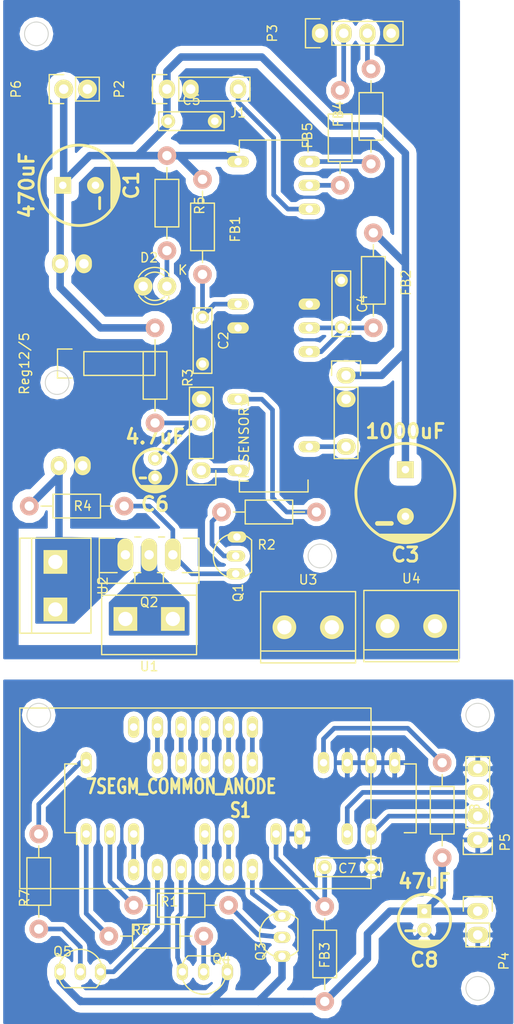
<source format=kicad_pcb>
(kicad_pcb (version 4) (host pcbnew 4.0.2-stable)

  (general
    (links 97)
    (no_connects 4)
    (area 25.453 113.798428 82.093 223.520001)
    (thickness 1.6)
    (drawings 6)
    (tracks 151)
    (zones 0)
    (modules 42)
    (nets 38)
  )

  (page A4 portrait)
  (layers
    (0 F.Cu power)
    (31 B.Cu power)
    (33 F.Adhes user)
    (35 F.Paste user)
    (37 F.SilkS user)
    (39 F.Mask user)
    (40 Dwgs.User user)
    (41 Cmts.User user)
    (42 Eco1.User user)
    (43 Eco2.User user)
    (44 Edge.Cuts user)
    (45 Margin user)
    (47 F.CrtYd user)
    (49 F.Fab user)
  )

  (setup
    (last_trace_width 0.5)
    (trace_clearance 0.5)
    (zone_clearance 0.5)
    (zone_45_only no)
    (trace_min 0.254)
    (segment_width 0.2)
    (edge_width 0.1)
    (via_size 0.889)
    (via_drill 0.635)
    (via_min_size 0.889)
    (via_min_drill 0.508)
    (uvia_size 0.508)
    (uvia_drill 0.127)
    (uvias_allowed no)
    (uvia_min_size 0.508)
    (uvia_min_drill 0.127)
    (pcb_text_width 0.3)
    (pcb_text_size 1.5 1.5)
    (mod_edge_width 0.15)
    (mod_text_size 1 1)
    (mod_text_width 0.15)
    (pad_size 2.3 1.7272)
    (pad_drill 1.016)
    (pad_to_mask_clearance 0)
    (aux_axis_origin 0 0)
    (visible_elements FFFFFFFF)
    (pcbplotparams
      (layerselection 0x000a0_80000000)
      (usegerberextensions false)
      (excludeedgelayer true)
      (linewidth 0.150000)
      (plotframeref false)
      (viasonmask false)
      (mode 1)
      (useauxorigin false)
      (hpglpennumber 1)
      (hpglpenspeed 20)
      (hpglpendiameter 15)
      (hpglpenoverlay 2)
      (psnegative false)
      (psa4output false)
      (plotreference true)
      (plotvalue true)
      (plotinvisibletext false)
      (padsonsilk false)
      (subtractmaskfromsilk false)
      (outputformat 5)
      (mirror false)
      (drillshape 1)
      (scaleselection 1)
      (outputdirectory output/))
  )

  (net 0 "")
  (net 1 /12V)
  (net 2 /12V_EN)
  (net 3 /12V_SW)
  (net 4 /5V)
  (net 5 /D1)
  (net 6 /D2)
  (net 7 /D3)
  (net 8 /EN_D1)
  (net 9 /EN_D2)
  (net 10 /EN_D3)
  (net 11 /IR)
  (net 12 /LED_RGB)
  (net 13 /SCL)
  (net 14 /SDA)
  (net 15 /SEG_A)
  (net 16 /SEG_B)
  (net 17 /SEG_C)
  (net 18 /SEG_D)
  (net 19 /SEG_DP)
  (net 20 /SEG_E)
  (net 21 /SEG_F)
  (net 22 /SEG_G)
  (net 23 /TEMP_IN)
  (net 24 GND)
  (net 25 "Net-(C2-Pad1)")
  (net 26 "Net-(C4-Pad2)")
  (net 27 "Net-(C6-Pad1)")
  (net 28 "Net-(C7-Pad1)")
  (net 29 "Net-(D2-Pad1)")
  (net 30 "Net-(FB4-Pad1)")
  (net 31 "Net-(FB5-Pad1)")
  (net 32 "Net-(J2-Pad18)")
  (net 33 "Net-(Q1-Pad1)")
  (net 34 "Net-(Q1-Pad2)")
  (net 35 "Net-(Q3-Pad2)")
  (net 36 "Net-(Q4-Pad2)")
  (net 37 "Net-(Q5-Pad2)")

  (net_class Default "This is the default net class."
    (clearance 0.5)
    (trace_width 0.5)
    (via_dia 0.889)
    (via_drill 0.635)
    (uvia_dia 0.508)
    (uvia_drill 0.127)
    (add_net /12V_EN)
    (add_net /12V_SW)
    (add_net /D1)
    (add_net /D2)
    (add_net /D3)
    (add_net /EN_D1)
    (add_net /EN_D2)
    (add_net /EN_D3)
    (add_net /IR)
    (add_net /LED_RGB)
    (add_net /SCL)
    (add_net /SDA)
    (add_net /SEG_A)
    (add_net /SEG_B)
    (add_net /SEG_C)
    (add_net /SEG_D)
    (add_net /SEG_DP)
    (add_net /SEG_E)
    (add_net /SEG_F)
    (add_net /SEG_G)
    (add_net /TEMP_IN)
    (add_net GND)
    (add_net "Net-(C2-Pad1)")
    (add_net "Net-(C4-Pad2)")
    (add_net "Net-(C6-Pad1)")
    (add_net "Net-(C7-Pad1)")
    (add_net "Net-(D2-Pad1)")
    (add_net "Net-(FB4-Pad1)")
    (add_net "Net-(FB5-Pad1)")
    (add_net "Net-(J2-Pad18)")
    (add_net "Net-(Q1-Pad1)")
    (add_net "Net-(Q1-Pad2)")
    (add_net "Net-(Q3-Pad2)")
    (add_net "Net-(Q4-Pad2)")
    (add_net "Net-(Q5-Pad2)")
  )

  (net_class pwr ""
    (clearance 0.8)
    (trace_width 0.8)
    (via_dia 0.889)
    (via_drill 0.635)
    (uvia_dia 0.508)
    (uvia_drill 0.127)
    (add_net /12V)
    (add_net /5V)
  )

  (module CP_4x5mm (layer F.Cu) (tedit 56FE43CA) (tstamp 565ED51F)
    (at 42.926 164.338 180)
    (descr "Capacitor, pol, cyl 4x5mm")
    (path /565CC857)
    (fp_text reference C6 (at 0 -3.6 180) (layer F.SilkS)
      (effects (font (thickness 0.3048)))
    )
    (fp_text value 4.7uF (at 0 3.6 180) (layer F.SilkS)
      (effects (font (thickness 0.3048)))
    )
    (fp_line (start -0.7 -2.1) (end 0.7 -2.1) (layer F.SilkS) (width 0.3048))
    (fp_line (start -1.2 -1.9) (end 1.2 -1.9) (layer F.SilkS) (width 0.3048))
    (fp_line (start -1.5 -1.7) (end 1.5 -1.7) (layer F.SilkS) (width 0.3048))
    (fp_line (start 1 -0.8) (end 1.6 -0.8) (layer F.SilkS) (width 0.3))
    (fp_circle (center 0 0) (end -2.3 0) (layer F.SilkS) (width 0.3048))
    (pad 1 thru_hole oval (at 0 1.27 180) (size 1.5 1.5) (drill 0.8) (layers *.Cu *.Mask F.SilkS)
      (net 27 "Net-(C6-Pad1)"))
    (pad 2 thru_hole oval (at 0 -0.75 180) (size 1.5 1.5) (drill 0.8) (layers *.Cu *.Mask F.SilkS)
      (net 24 GND))
    (model walter/capacitors/cp_4x5mm.wrl
      (at (xyz 0 0 0))
      (scale (xyz 1 1 1))
      (rotate (xyz 0 0 0))
    )
  )

  (module CP_10x16mm (layer F.Cu) (tedit 5264214A) (tstamp 567042A1)
    (at 69.723 166.751 180)
    (descr "Capacitor, pol, cyl 10x16mm")
    (path /565EDD50)
    (fp_text reference C3 (at 0 -6.6 180) (layer F.SilkS)
      (effects (font (thickness 0.3048)))
    )
    (fp_text value 1000uF (at 0 6.6 180) (layer F.SilkS)
      (effects (font (thickness 0.3048)))
    )
    (fp_line (start -2.7 -4.5) (end 2.7 -4.5) (layer F.SilkS) (width 0.3048))
    (fp_line (start 2.3 -4.7) (end -2.3 -4.7) (layer F.SilkS) (width 0.3048))
    (fp_line (start 1.9 -4.9) (end -1.9 -4.9) (layer F.SilkS) (width 0.3048))
    (fp_line (start -1.3 -5.1) (end 1.3 -5.1) (layer F.SilkS) (width 0.3048))
    (fp_circle (center 0 0) (end -5.3 0) (layer F.SilkS) (width 0.3048))
    (fp_line (start 1.5 -3.25) (end 3 -3.25) (layer F.SilkS) (width 0.5))
    (pad 1 thru_hole rect (at 0 2.5 180) (size 1.8 1.8) (drill 0.8) (layers *.Cu *.Mask F.SilkS)
      (net 4 /5V))
    (pad 2 thru_hole circle (at 0 -2.5 180) (size 1.8 1.8) (drill 0.8) (layers *.Cu *.Mask F.SilkS)
      (net 24 GND))
    (model walter/capacitors/cp_10x16mm.wrl
      (at (xyz 0 0 0))
      (scale (xyz 1 1 1))
      (rotate (xyz 0 0 0))
    )
  )

  (module CP_8x15mm (layer F.Cu) (tedit 5264222C) (tstamp 55932E3A)
    (at 34.798 133.858 270)
    (descr "Capacitor, pol, cyl 8x15mm")
    (path /565CC85B)
    (fp_text reference C1 (at 0 -5.6 270) (layer F.SilkS)
      (effects (font (thickness 0.3048)))
    )
    (fp_text value 470uF (at 0 5.6 270) (layer F.SilkS)
      (effects (font (thickness 0.3048)))
    )
    (fp_line (start -2.4 -3.5) (end 2.4 -3.5) (layer F.SilkS) (width 0.3048))
    (fp_circle (center 0 0) (end -4.3 0) (layer F.SilkS) (width 0.3048))
    (fp_line (start -1.8 -3.7) (end 1.8 -3.7) (layer F.SilkS) (width 0.3048))
    (fp_line (start -1.4 -3.9) (end 1.4 -3.9) (layer F.SilkS) (width 0.3048))
    (fp_line (start -0.8 -4.1) (end 0.9 -4.1) (layer F.SilkS) (width 0.3048))
    (fp_line (start 1.3 -2.2) (end 2.5 -2.2) (layer F.SilkS) (width 0.3))
    (pad 1 thru_hole rect (at 0 1.75 270) (size 1.8 1.8) (drill 0.8) (layers *.Cu *.Mask F.SilkS)
      (net 4 /5V))
    (pad 2 thru_hole circle (at 0 -1.75 270) (size 1.8 1.8) (drill 0.8) (layers *.Cu *.Mask F.SilkS)
      (net 24 GND))
    (model walter/capacitors/cp_8x15mm.wrl
      (at (xyz 0 0 0))
      (scale (xyz 1 1 1))
      (rotate (xyz 0 0 0))
    )
  )

  (module CP_5x11mm (layer F.Cu) (tedit 52642421) (tstamp 56704294)
    (at 71.755 212.455 180)
    (descr "Capacitor, pol, cyl 5x11mm")
    (path /567061F5)
    (fp_text reference C8 (at 0 -4.2 180) (layer F.SilkS)
      (effects (font (thickness 0.3048)))
    )
    (fp_text value 47uF (at 0 4.2 180) (layer F.SilkS)
      (effects (font (thickness 0.3048)))
    )
    (fp_line (start -0.8 -2.6) (end 0.8 -2.6) (layer F.SilkS) (width 0.3048))
    (fp_line (start -1.3 -2.4) (end 1.3 -2.4) (layer F.SilkS) (width 0.3048))
    (fp_line (start -1.7 -2.2) (end 1.7 -2.2) (layer F.SilkS) (width 0.3048))
    (fp_circle (center 0 0) (end 2.8 0) (layer F.SilkS) (width 0.3048))
    (fp_line (start 1 -1.1) (end 2 -1.1) (layer F.SilkS) (width 0.3))
    (pad 1 thru_hole rect (at 0 1 180) (size 1.5 1.5) (drill 0.65) (layers *.Cu *.Mask F.SilkS)
      (net 4 /5V))
    (pad 2 thru_hole circle (at 0 -1 180) (size 1.5 1.5) (drill 0.65) (layers *.Cu *.Mask F.SilkS)
      (net 24 GND))
    (model walter/capacitors/cp_5x11mm.wrl
      (at (xyz 0 0 0))
      (scale (xyz 1 1 1))
      (rotate (xyz 0 0 0))
    )
  )

  (module Capacitors_ThroughHole:C_Rect_L7_W2_P5 (layer F.Cu) (tedit 5703B5F9) (tstamp 569CE6D3)
    (at 48.006 147.955 270)
    (descr "Film Capacitor Length 7 x Width 2mm, Pitch 5mm")
    (tags Capacitor)
    (path /565CC855)
    (fp_text reference C2 (at 2.5 -2.25 270) (layer F.SilkS)
      (effects (font (size 1 1) (thickness 0.15)))
    )
    (fp_text value 100nF (at 2.921 0.254 270) (layer F.Fab)
      (effects (font (size 1 1) (thickness 0.15)))
    )
    (fp_line (start -1.25 -1.25) (end 6.25 -1.25) (layer F.CrtYd) (width 0.05))
    (fp_line (start 6.25 -1.25) (end 6.25 1.25) (layer F.CrtYd) (width 0.05))
    (fp_line (start 6.25 1.25) (end -1.25 1.25) (layer F.CrtYd) (width 0.05))
    (fp_line (start -1.25 1.25) (end -1.25 -1.25) (layer F.CrtYd) (width 0.05))
    (fp_line (start -1 -1) (end 6 -1) (layer F.SilkS) (width 0.15))
    (fp_line (start 6 -1) (end 6 1) (layer F.SilkS) (width 0.15))
    (fp_line (start 6 1) (end -1 1) (layer F.SilkS) (width 0.15))
    (fp_line (start -1 1) (end -1 -1) (layer F.SilkS) (width 0.15))
    (pad 1 thru_hole circle (at 0 0 270) (size 1.4 1.4) (drill 0.8) (layers *.Cu *.Mask F.SilkS)
      (net 25 "Net-(C2-Pad1)"))
    (pad 2 thru_hole circle (at 5 0 270) (size 1.4 1.4) (drill 0.8) (layers *.Cu *.Mask F.SilkS)
      (net 24 GND))
    (model Capacitors_ThroughHole.3dshapes/C_Rect_L7_W2_P5.wrl
      (at (xyz 0.098425 0 0))
      (scale (xyz 1 1 1))
      (rotate (xyz 0 0 0))
    )
  )

  (module Capacitors_ThroughHole:C_Rect_L7_W2_P5 (layer F.Cu) (tedit 56FE449D) (tstamp 569CE6D8)
    (at 62.865 144.018 270)
    (descr "Film Capacitor Length 7 x Width 2mm, Pitch 5mm")
    (tags Capacitor)
    (path /565CD66A)
    (fp_text reference C4 (at 2.5 -2.25 270) (layer F.SilkS)
      (effects (font (size 1 1) (thickness 0.15)))
    )
    (fp_text value 100nF (at 2.5 2.5 270) (layer F.Fab)
      (effects (font (size 1 1) (thickness 0.15)))
    )
    (fp_line (start -1.25 -1.25) (end 6.25 -1.25) (layer F.CrtYd) (width 0.05))
    (fp_line (start 6.25 -1.25) (end 6.25 1.25) (layer F.CrtYd) (width 0.05))
    (fp_line (start 6.25 1.25) (end -1.25 1.25) (layer F.CrtYd) (width 0.05))
    (fp_line (start -1.25 1.25) (end -1.25 -1.25) (layer F.CrtYd) (width 0.05))
    (fp_line (start -1 -1) (end 6 -1) (layer F.SilkS) (width 0.15))
    (fp_line (start 6 -1) (end 6 1) (layer F.SilkS) (width 0.15))
    (fp_line (start 6 1) (end -1 1) (layer F.SilkS) (width 0.15))
    (fp_line (start -1 1) (end -1 -1) (layer F.SilkS) (width 0.15))
    (pad 1 thru_hole circle (at 0 0 270) (size 1.4 1.4) (drill 0.8) (layers *.Cu *.Mask F.SilkS)
      (net 24 GND))
    (pad 2 thru_hole circle (at 5 0 270) (size 1.4 1.4) (drill 0.8) (layers *.Cu *.Mask F.SilkS)
      (net 26 "Net-(C4-Pad2)"))
    (model Capacitors_ThroughHole.3dshapes/C_Rect_L7_W2_P5.wrl
      (at (xyz 0.098425 0 0))
      (scale (xyz 1 1 1))
      (rotate (xyz 0 0 0))
    )
  )

  (module Capacitors_ThroughHole:C_Rect_L7_W2_P5 (layer F.Cu) (tedit 56FE45B8) (tstamp 569CE6DD)
    (at 44.323 127)
    (descr "Film Capacitor Length 7 x Width 2mm, Pitch 5mm")
    (tags Capacitor)
    (path /565CC869)
    (fp_text reference C5 (at 2.5 -2.25) (layer F.SilkS)
      (effects (font (size 1 1) (thickness 0.15)))
    )
    (fp_text value 100nF (at 2.5 2.5) (layer F.Fab)
      (effects (font (size 1 1) (thickness 0.15)))
    )
    (fp_line (start -1.25 -1.25) (end 6.25 -1.25) (layer F.CrtYd) (width 0.05))
    (fp_line (start 6.25 -1.25) (end 6.25 1.25) (layer F.CrtYd) (width 0.05))
    (fp_line (start 6.25 1.25) (end -1.25 1.25) (layer F.CrtYd) (width 0.05))
    (fp_line (start -1.25 1.25) (end -1.25 -1.25) (layer F.CrtYd) (width 0.05))
    (fp_line (start -1 -1) (end 6 -1) (layer F.SilkS) (width 0.15))
    (fp_line (start 6 -1) (end 6 1) (layer F.SilkS) (width 0.15))
    (fp_line (start 6 1) (end -1 1) (layer F.SilkS) (width 0.15))
    (fp_line (start -1 1) (end -1 -1) (layer F.SilkS) (width 0.15))
    (pad 1 thru_hole circle (at 0 0) (size 1.5 1.5) (drill 0.8) (layers *.Cu *.Mask F.SilkS)
      (net 4 /5V))
    (pad 2 thru_hole circle (at 5 0) (size 1.5 1.5) (drill 0.8) (layers *.Cu *.Mask F.SilkS)
      (net 24 GND))
    (model Capacitors_ThroughHole.3dshapes/C_Rect_L7_W2_P5.wrl
      (at (xyz 0.098425 0 0))
      (scale (xyz 1 1 1))
      (rotate (xyz 0 0 0))
    )
  )

  (module Capacitors_ThroughHole:C_Rect_L7_W2_P5 (layer F.Cu) (tedit 56FE66FA) (tstamp 569CE6E2)
    (at 61.087 206.756)
    (descr "Film Capacitor Length 7 x Width 2mm, Pitch 5mm")
    (tags Capacitor)
    (path /56703BA3)
    (fp_text reference C7 (at 2.413 0.127) (layer F.SilkS)
      (effects (font (size 1 1) (thickness 0.15)))
    )
    (fp_text value 100nF (at 3.81 1.778) (layer F.Fab)
      (effects (font (size 1 1) (thickness 0.15)))
    )
    (fp_line (start -1.25 -1.25) (end 6.25 -1.25) (layer F.CrtYd) (width 0.05))
    (fp_line (start 6.25 -1.25) (end 6.25 1.25) (layer F.CrtYd) (width 0.05))
    (fp_line (start 6.25 1.25) (end -1.25 1.25) (layer F.CrtYd) (width 0.05))
    (fp_line (start -1.25 1.25) (end -1.25 -1.25) (layer F.CrtYd) (width 0.05))
    (fp_line (start -1 -1) (end 6 -1) (layer F.SilkS) (width 0.15))
    (fp_line (start 6 -1) (end 6 1) (layer F.SilkS) (width 0.15))
    (fp_line (start 6 1) (end -1 1) (layer F.SilkS) (width 0.15))
    (fp_line (start -1 1) (end -1 -1) (layer F.SilkS) (width 0.15))
    (pad 1 thru_hole circle (at 0 0) (size 1.5 1.5) (drill 0.8) (layers *.Cu *.Mask F.SilkS)
      (net 28 "Net-(C7-Pad1)"))
    (pad 2 thru_hole circle (at 5 0) (size 1.5 1.5) (drill 0.8) (layers *.Cu *.Mask F.SilkS)
      (net 24 GND))
    (model Capacitors_ThroughHole.3dshapes/C_Rect_L7_W2_P5.wrl
      (at (xyz 0.098425 0 0))
      (scale (xyz 1 1 1))
      (rotate (xyz 0 0 0))
    )
  )

  (module LEDs:LED-3MM (layer F.Cu) (tedit 56FE44BE) (tstamp 569CE6E7)
    (at 44.196 144.653 180)
    (descr "LED 3mm round vertical")
    (tags "LED  3mm round vertical")
    (path /565CCAFC)
    (fp_text reference D2 (at 1.91 3.06 180) (layer F.SilkS)
      (effects (font (size 1 1) (thickness 0.15)))
    )
    (fp_text value LED (at 1.3 -2.9 180) (layer F.Fab)
      (effects (font (size 1 1) (thickness 0.15)))
    )
    (fp_line (start -1.2 2.3) (end 3.8 2.3) (layer F.CrtYd) (width 0.05))
    (fp_line (start 3.8 2.3) (end 3.8 -2.2) (layer F.CrtYd) (width 0.05))
    (fp_line (start 3.8 -2.2) (end -1.2 -2.2) (layer F.CrtYd) (width 0.05))
    (fp_line (start -1.2 -2.2) (end -1.2 2.3) (layer F.CrtYd) (width 0.05))
    (fp_line (start -0.199 1.314) (end -0.199 1.114) (layer F.SilkS) (width 0.15))
    (fp_line (start -0.199 -1.28) (end -0.199 -1.1) (layer F.SilkS) (width 0.15))
    (fp_arc (start 1.301 0.034) (end -0.199 -1.286) (angle 108.5) (layer F.SilkS) (width 0.15))
    (fp_arc (start 1.301 0.034) (end 0.25 -1.1) (angle 85.7) (layer F.SilkS) (width 0.15))
    (fp_arc (start 1.311 0.034) (end 3.051 0.994) (angle 110) (layer F.SilkS) (width 0.15))
    (fp_arc (start 1.301 0.034) (end 2.335 1.094) (angle 87.5) (layer F.SilkS) (width 0.15))
    (fp_text user K (at -1.69 1.74 180) (layer F.SilkS)
      (effects (font (size 1 1) (thickness 0.15)))
    )
    (pad 1 thru_hole circle (at 0 0 180) (size 2 2) (drill 1.00076) (layers *.Cu *.Mask F.SilkS)
      (net 29 "Net-(D2-Pad1)"))
    (pad 2 thru_hole circle (at 2.54 0 180) (size 2 2) (drill 1.00076) (layers *.Cu *.Mask F.SilkS)
      (net 24 GND))
    (model LEDs.3dshapes/LED-3MM.wrl
      (at (xyz 0.05 0 0))
      (scale (xyz 1 1 1))
      (rotate (xyz 0 0 90))
    )
  )

  (module Pin_Headers:Pin_Header_Straight_1x04 (layer F.Cu) (tedit 5703B5E9) (tstamp 569CE705)
    (at 47.879 164.338 180)
    (descr "Through hole pin header")
    (tags "pin header")
    (path /565CC85D)
    (fp_text reference IR_SENSOR1 (at -4.572 3.175 270) (layer F.SilkS)
      (effects (font (size 1 1) (thickness 0.15)))
    )
    (fp_text value CONN_4 (at -2.413 3.683 270) (layer F.Fab)
      (effects (font (size 1 1) (thickness 0.15)))
    )
    (fp_line (start -1.75 -1.75) (end -1.75 9.4) (layer F.CrtYd) (width 0.05))
    (fp_line (start 1.75 -1.75) (end 1.75 9.4) (layer F.CrtYd) (width 0.05))
    (fp_line (start -1.75 -1.75) (end 1.75 -1.75) (layer F.CrtYd) (width 0.05))
    (fp_line (start -1.75 9.4) (end 1.75 9.4) (layer F.CrtYd) (width 0.05))
    (fp_line (start -1.27 1.27) (end -1.27 8.89) (layer F.SilkS) (width 0.15))
    (fp_line (start 1.27 1.27) (end 1.27 8.89) (layer F.SilkS) (width 0.15))
    (fp_line (start 1.55 -1.55) (end 1.55 0) (layer F.SilkS) (width 0.15))
    (fp_line (start -1.27 8.89) (end 1.27 8.89) (layer F.SilkS) (width 0.15))
    (fp_line (start 1.27 1.27) (end -1.27 1.27) (layer F.SilkS) (width 0.15))
    (fp_line (start -1.55 0) (end -1.55 -1.55) (layer F.SilkS) (width 0.15))
    (fp_line (start -1.55 -1.55) (end 1.55 -1.55) (layer F.SilkS) (width 0.15))
    (pad 1 thru_hole oval (at 0 0 180) (size 2.032 1.7272) (drill 1.016) (layers *.Cu *.Mask F.SilkS)
      (net 11 /IR))
    (pad 3 thru_hole oval (at 0 5.08 180) (size 2.032 1.7272) (drill 1.016) (layers *.Cu *.Mask F.SilkS)
      (net 27 "Net-(C6-Pad1)"))
    (pad 4 thru_hole oval (at 0 7.62 180) (size 2.032 1.7272) (drill 1.016) (layers *.Cu *.Mask F.SilkS)
      (net 24 GND))
    (model Pin_Headers.3dshapes/Pin_Header_Straight_1x04.wrl
      (at (xyz 0 -0.15 0))
      (scale (xyz 1 1 1))
      (rotate (xyz 0 0 90))
    )
  )

  (module Housings_DIP:DIP-28_W7.62mm_LongPads (layer F.Cu) (tedit 56FE68CB) (tstamp 569CE70C)
    (at 51.816 131.318)
    (descr "28-lead dip package, row spacing 7.62 mm (300 mils), longer pads")
    (tags "dil dip 2.54 300")
    (path /565CC854)
    (fp_text reference J1 (at 0 -5.22) (layer F.SilkS)
      (effects (font (size 1 1) (thickness 0.15)))
    )
    (fp_text value ATMEGA328P (at 0 -3.72) (layer F.Fab)
      (effects (font (size 1 1) (thickness 0.15)))
    )
    (fp_line (start -1.4 -2.45) (end -1.4 35.5) (layer F.CrtYd) (width 0.05))
    (fp_line (start 9 -2.45) (end 9 35.5) (layer F.CrtYd) (width 0.05))
    (fp_line (start -1.4 -2.45) (end 9 -2.45) (layer F.CrtYd) (width 0.05))
    (fp_line (start -1.4 35.5) (end 9 35.5) (layer F.CrtYd) (width 0.05))
    (fp_line (start 0.135 -2.295) (end 0.135 -1.025) (layer F.SilkS) (width 0.15))
    (fp_line (start 7.485 -2.295) (end 7.485 -1.025) (layer F.SilkS) (width 0.15))
    (fp_line (start 7.485 35.315) (end 7.485 34.045) (layer F.SilkS) (width 0.15))
    (fp_line (start 0.135 35.315) (end 0.135 34.045) (layer F.SilkS) (width 0.15))
    (fp_line (start 0.135 -2.295) (end 7.485 -2.295) (layer F.SilkS) (width 0.15))
    (fp_line (start 0.135 35.315) (end 7.485 35.315) (layer F.SilkS) (width 0.15))
    (fp_line (start 0.135 -1.025) (end -1.15 -1.025) (layer F.SilkS) (width 0.15))
    (pad 1 thru_hole oval (at 0 0) (size 2.3 1.2) (drill 0.8) (layers *.Cu *.Mask F.SilkS)
      (net 4 /5V))
    (pad 7 thru_hole oval (at 0 15.24) (size 2.3 1.2) (drill 0.8) (layers *.Cu *.Mask F.SilkS)
      (net 25 "Net-(C2-Pad1)"))
    (pad 8 thru_hole oval (at 0 17.78) (size 2.3 1.2) (drill 0.8) (layers *.Cu *.Mask F.SilkS)
      (net 24 GND))
    (pad 11 thru_hole oval (at 0 25.4) (size 2.3 1.2) (drill 0.8) (layers *.Cu *.Mask F.SilkS)
      (net 2 /12V_EN))
    (pad 14 thru_hole oval (at 0 33.02) (size 2.3 1.2) (drill 0.8) (layers *.Cu *.Mask F.SilkS)
      (net 11 /IR))
    (pad 16 thru_hole oval (at 7.62 30.48) (size 2.3 1.2) (drill 0.8) (layers *.Cu *.Mask F.SilkS)
      (net 12 /LED_RGB))
    (pad 20 thru_hole oval (at 7.62 20.32) (size 2.3 1.2) (drill 0.8) (layers *.Cu *.Mask F.SilkS)
      (net 26 "Net-(C4-Pad2)"))
    (pad 21 thru_hole oval (at 7.62 17.78) (size 2.3 1.2) (drill 0.8) (layers *.Cu *.Mask F.SilkS)
      (net 26 "Net-(C4-Pad2)"))
    (pad 22 thru_hole oval (at 7.62 15.24) (size 2.3 1.2) (drill 0.8) (layers *.Cu *.Mask F.SilkS)
      (net 24 GND))
    (pad 26 thru_hole oval (at 7.62 5.08) (size 2.3 1.2) (drill 0.8) (layers *.Cu *.Mask F.SilkS)
      (net 23 /TEMP_IN))
    (pad 27 thru_hole oval (at 7.62 2.54) (size 2.3 1.2) (drill 0.8) (layers *.Cu *.Mask F.SilkS)
      (net 31 "Net-(FB5-Pad1)"))
    (pad 28 thru_hole oval (at 7.62 0) (size 2.3 1.2) (drill 0.8) (layers *.Cu *.Mask F.SilkS)
      (net 30 "Net-(FB4-Pad1)"))
    (model Housings_DIP.3dshapes/DIP-28_W7.62mm_LongPads.wrl
      (at (xyz 0 0 0))
      (scale (xyz 1 1 1))
      (rotate (xyz 0 0 0))
    )
  )

  (module Housings_DIP:DIP-28_W7.62mm_LongPads (layer F.Cu) (tedit 56FD307E) (tstamp 569CE72B)
    (at 35.56 203.2 90)
    (descr "28-lead dip package, row spacing 7.62 mm (300 mils), longer pads")
    (tags "dil dip 2.54 300")
    (path /5670303D)
    (fp_text reference J2 (at 0 -5.22 90) (layer F.SilkS)
      (effects (font (size 1 1) (thickness 0.15)))
    )
    (fp_text value MCP23017 (at 2.413 2.794 180) (layer F.Fab)
      (effects (font (size 1 1) (thickness 0.15)))
    )
    (fp_line (start -1.4 -2.45) (end -1.4 35.5) (layer F.CrtYd) (width 0.05))
    (fp_line (start 9 -2.45) (end 9 35.5) (layer F.CrtYd) (width 0.05))
    (fp_line (start -1.4 -2.45) (end 9 -2.45) (layer F.CrtYd) (width 0.05))
    (fp_line (start -1.4 35.5) (end 9 35.5) (layer F.CrtYd) (width 0.05))
    (fp_line (start 0.135 -2.295) (end 0.135 -1.025) (layer F.SilkS) (width 0.15))
    (fp_line (start 7.485 -2.295) (end 7.485 -1.025) (layer F.SilkS) (width 0.15))
    (fp_line (start 7.485 35.315) (end 7.485 34.045) (layer F.SilkS) (width 0.15))
    (fp_line (start 0.135 35.315) (end 0.135 34.045) (layer F.SilkS) (width 0.15))
    (fp_line (start 0.135 -2.295) (end 7.485 -2.295) (layer F.SilkS) (width 0.15))
    (fp_line (start 0.135 35.315) (end 7.485 35.315) (layer F.SilkS) (width 0.15))
    (fp_line (start 0.135 -1.025) (end -1.15 -1.025) (layer F.SilkS) (width 0.15))
    (pad 1 thru_hole oval (at 0 0 90) (size 2.3 1.2) (drill 0.8) (layers *.Cu *.Mask F.SilkS)
      (net 9 /EN_D2))
    (pad 2 thru_hole oval (at 0 2.54 90) (size 2.3 1.2) (drill 0.8) (layers *.Cu *.Mask F.SilkS)
      (net 8 /EN_D1))
    (pad 3 thru_hole oval (at 0 5.08 90) (size 2.3 1.2) (drill 0.8) (layers *.Cu *.Mask F.SilkS)
      (net 16 /SEG_B))
    (pad 6 thru_hole oval (at 0 12.7 90) (size 2.3 1.2) (drill 0.8) (layers *.Cu *.Mask F.SilkS)
      (net 21 /SEG_F))
    (pad 7 thru_hole oval (at 0 15.24 90) (size 2.3 1.2) (drill 0.8) (layers *.Cu *.Mask F.SilkS)
      (net 15 /SEG_A))
    (pad 9 thru_hole oval (at 0 20.32 90) (size 2.3 1.2) (drill 0.8) (layers *.Cu *.Mask F.SilkS)
      (net 28 "Net-(C7-Pad1)"))
    (pad 10 thru_hole oval (at 0 22.86 90) (size 2.3 1.2) (drill 0.8) (layers *.Cu *.Mask F.SilkS)
      (net 24 GND))
    (pad 12 thru_hole oval (at 0 27.94 90) (size 2.3 1.2) (drill 0.8) (layers *.Cu *.Mask F.SilkS)
      (net 13 /SCL))
    (pad 13 thru_hole oval (at 0 30.48 90) (size 2.3 1.2) (drill 0.8) (layers *.Cu *.Mask F.SilkS)
      (net 14 /SDA))
    (pad 15 thru_hole oval (at 7.62 33.02 90) (size 2.3 1.2) (drill 0.8) (layers *.Cu *.Mask F.SilkS)
      (net 24 GND))
    (pad 16 thru_hole oval (at 7.62 30.48 90) (size 2.3 1.2) (drill 0.8) (layers *.Cu *.Mask F.SilkS)
      (net 24 GND))
    (pad 17 thru_hole oval (at 7.62 27.94 90) (size 2.3 1.2) (drill 0.8) (layers *.Cu *.Mask F.SilkS)
      (net 24 GND))
    (pad 18 thru_hole oval (at 7.62 25.4 90) (size 2.3 1.2) (drill 0.8) (layers *.Cu *.Mask F.SilkS)
      (net 32 "Net-(J2-Pad18)"))
    (pad 21 thru_hole oval (at 7.62 17.78 90) (size 2.3 1.2) (drill 0.8) (layers *.Cu *.Mask F.SilkS)
      (net 20 /SEG_E))
    (pad 22 thru_hole oval (at 7.62 15.24 90) (size 2.3 1.2) (drill 0.8) (layers *.Cu *.Mask F.SilkS)
      (net 18 /SEG_D))
    (pad 23 thru_hole oval (at 7.62 12.7 90) (size 2.3 1.2) (drill 0.8) (layers *.Cu *.Mask F.SilkS)
      (net 19 /SEG_DP))
    (pad 24 thru_hole oval (at 7.62 10.16 90) (size 2.3 1.2) (drill 0.8) (layers *.Cu *.Mask F.SilkS)
      (net 17 /SEG_C))
    (pad 25 thru_hole oval (at 7.62 7.62 90) (size 2.3 1.2) (drill 0.8) (layers *.Cu *.Mask F.SilkS)
      (net 22 /SEG_G))
    (pad 28 thru_hole oval (at 7.62 0 90) (size 2.3 1.2) (drill 0.8) (layers *.Cu *.Mask F.SilkS)
      (net 10 /EN_D3))
    (model Housings_DIP.3dshapes/DIP-28_W7.62mm_LongPads.wrl
      (at (xyz 0 0 0))
      (scale (xyz 1 1 1))
      (rotate (xyz 0 0 0))
    )
  )

  (module Pin_Headers:Pin_Header_Straight_1x04 (layer F.Cu) (tedit 56FE44A7) (tstamp 569CE74A)
    (at 63.373 154.178)
    (descr "Through hole pin header")
    (tags "pin header")
    (path /565ED5F0)
    (fp_text reference P1 (at 0 -5.1) (layer F.SilkS)
      (effects (font (size 1 1) (thickness 0.15)))
    )
    (fp_text value CONN_4 (at 0 -3.1) (layer F.Fab)
      (effects (font (size 1 1) (thickness 0.15)))
    )
    (fp_line (start -1.75 -1.75) (end -1.75 9.4) (layer F.CrtYd) (width 0.05))
    (fp_line (start 1.75 -1.75) (end 1.75 9.4) (layer F.CrtYd) (width 0.05))
    (fp_line (start -1.75 -1.75) (end 1.75 -1.75) (layer F.CrtYd) (width 0.05))
    (fp_line (start -1.75 9.4) (end 1.75 9.4) (layer F.CrtYd) (width 0.05))
    (fp_line (start -1.27 1.27) (end -1.27 8.89) (layer F.SilkS) (width 0.15))
    (fp_line (start 1.27 1.27) (end 1.27 8.89) (layer F.SilkS) (width 0.15))
    (fp_line (start 1.55 -1.55) (end 1.55 0) (layer F.SilkS) (width 0.15))
    (fp_line (start -1.27 8.89) (end 1.27 8.89) (layer F.SilkS) (width 0.15))
    (fp_line (start 1.27 1.27) (end -1.27 1.27) (layer F.SilkS) (width 0.15))
    (fp_line (start -1.55 0) (end -1.55 -1.55) (layer F.SilkS) (width 0.15))
    (fp_line (start -1.55 -1.55) (end 1.55 -1.55) (layer F.SilkS) (width 0.15))
    (pad 1 thru_hole oval (at 0 0) (size 2.032 1.7272) (drill 1.016) (layers *.Cu *.Mask F.SilkS)
      (net 4 /5V))
    (pad 2 thru_hole oval (at 0 2.54) (size 2.032 1.7272) (drill 1.016) (layers *.Cu *.Mask F.SilkS)
      (net 24 GND))
    (pad 4 thru_hole oval (at 0 7.62) (size 2.032 1.7272) (drill 1.016) (layers *.Cu *.Mask F.SilkS)
      (net 12 /LED_RGB))
    (model Pin_Headers.3dshapes/Pin_Header_Straight_1x04.wrl
      (at (xyz 0 -0.15 0))
      (scale (xyz 1 1 1))
      (rotate (xyz 0 0 90))
    )
  )

  (module Pin_Headers:Pin_Header_Straight_1x04 (layer F.Cu) (tedit 56FE442B) (tstamp 569CE751)
    (at 44.196 123.571 90)
    (descr "Through hole pin header")
    (tags "pin header")
    (path /565ED58A)
    (fp_text reference P2 (at 0 -5.1 90) (layer F.SilkS)
      (effects (font (size 1 1) (thickness 0.15)))
    )
    (fp_text value CONN_4 (at 0 -3.1 90) (layer F.Fab)
      (effects (font (size 1 1) (thickness 0.15)))
    )
    (fp_line (start -1.75 -1.75) (end -1.75 9.4) (layer F.CrtYd) (width 0.05))
    (fp_line (start 1.75 -1.75) (end 1.75 9.4) (layer F.CrtYd) (width 0.05))
    (fp_line (start -1.75 -1.75) (end 1.75 -1.75) (layer F.CrtYd) (width 0.05))
    (fp_line (start -1.75 9.4) (end 1.75 9.4) (layer F.CrtYd) (width 0.05))
    (fp_line (start -1.27 1.27) (end -1.27 8.89) (layer F.SilkS) (width 0.15))
    (fp_line (start 1.27 1.27) (end 1.27 8.89) (layer F.SilkS) (width 0.15))
    (fp_line (start 1.55 -1.55) (end 1.55 0) (layer F.SilkS) (width 0.15))
    (fp_line (start -1.27 8.89) (end 1.27 8.89) (layer F.SilkS) (width 0.15))
    (fp_line (start 1.27 1.27) (end -1.27 1.27) (layer F.SilkS) (width 0.15))
    (fp_line (start -1.55 0) (end -1.55 -1.55) (layer F.SilkS) (width 0.15))
    (fp_line (start -1.55 -1.55) (end 1.55 -1.55) (layer F.SilkS) (width 0.15))
    (pad 1 thru_hole oval (at 0 0 90) (size 2.032 1.7272) (drill 1.016) (layers *.Cu *.Mask F.SilkS)
      (net 4 /5V))
    (pad 2 thru_hole oval (at 0 2.54 90) (size 2.032 1.7272) (drill 1.016) (layers *.Cu *.Mask F.SilkS)
      (net 24 GND))
    (pad 4 thru_hole oval (at 0 7.62 90) (size 2.032 1.7272) (drill 1.016) (layers *.Cu *.Mask F.SilkS)
      (net 23 /TEMP_IN))
    (model Pin_Headers.3dshapes/Pin_Header_Straight_1x04.wrl
      (at (xyz 0 -0.15 0))
      (scale (xyz 1 1 1))
      (rotate (xyz 0 0 90))
    )
  )

  (module Pin_Headers:Pin_Header_Straight_1x04 (layer F.Cu) (tedit 569D08D3) (tstamp 569CE758)
    (at 60.579 117.602 90)
    (descr "Through hole pin header")
    (tags "pin header")
    (path /56705B35)
    (fp_text reference P3 (at 0 -5.1 90) (layer F.SilkS)
      (effects (font (size 1 1) (thickness 0.15)))
    )
    (fp_text value CONN_4 (at 0 -3.1 90) (layer F.Fab)
      (effects (font (size 1 1) (thickness 0.15)))
    )
    (fp_line (start -1.75 -1.75) (end -1.75 9.4) (layer F.CrtYd) (width 0.05))
    (fp_line (start 1.75 -1.75) (end 1.75 9.4) (layer F.CrtYd) (width 0.05))
    (fp_line (start -1.75 -1.75) (end 1.75 -1.75) (layer F.CrtYd) (width 0.05))
    (fp_line (start -1.75 9.4) (end 1.75 9.4) (layer F.CrtYd) (width 0.05))
    (fp_line (start -1.27 1.27) (end -1.27 8.89) (layer F.SilkS) (width 0.15))
    (fp_line (start 1.27 1.27) (end 1.27 8.89) (layer F.SilkS) (width 0.15))
    (fp_line (start 1.55 -1.55) (end 1.55 0) (layer F.SilkS) (width 0.15))
    (fp_line (start -1.27 8.89) (end 1.27 8.89) (layer F.SilkS) (width 0.15))
    (fp_line (start 1.27 1.27) (end -1.27 1.27) (layer F.SilkS) (width 0.15))
    (fp_line (start -1.55 0) (end -1.55 -1.55) (layer F.SilkS) (width 0.15))
    (fp_line (start -1.55 -1.55) (end 1.55 -1.55) (layer F.SilkS) (width 0.15))
    (pad 1 thru_hole oval (at 0 0 90) (size 2.032 1.7272) (drill 1.016) (layers *.Cu *.Mask F.SilkS)
      (net 24 GND))
    (pad 2 thru_hole oval (at 0 2.54 90) (size 2.032 1.7272) (drill 1.016) (layers *.Cu *.Mask F.SilkS)
      (net 14 /SDA))
    (pad 3 thru_hole oval (at 0 5.08 90) (size 2.032 1.7272) (drill 1.016) (layers *.Cu *.Mask F.SilkS)
      (net 13 /SCL))
    (pad 4 thru_hole oval (at 0 7.62 90) (size 2.032 1.7272) (drill 1.016) (layers *.Cu *.Mask F.SilkS)
      (net 24 GND))
    (model Pin_Headers.3dshapes/Pin_Header_Straight_1x04.wrl
      (at (xyz 0 -0.15 0))
      (scale (xyz 1 1 1))
      (rotate (xyz 0 0 90))
    )
  )

  (module Pin_Headers:Pin_Header_Straight_1x02 (layer F.Cu) (tedit 56FD2F89) (tstamp 569CE75F)
    (at 77.47 211.455)
    (descr "Through hole pin header")
    (tags "pin header")
    (path /56705F86)
    (fp_text reference P4 (at 2.794 5.334 90) (layer F.SilkS)
      (effects (font (size 1 1) (thickness 0.15)))
    )
    (fp_text value CONN_2 (at 3.048 1.016 90) (layer F.Fab)
      (effects (font (size 1 1) (thickness 0.15)))
    )
    (fp_line (start 1.27 1.27) (end 1.27 3.81) (layer F.SilkS) (width 0.15))
    (fp_line (start 1.55 -1.55) (end 1.55 0) (layer F.SilkS) (width 0.15))
    (fp_line (start -1.75 -1.75) (end -1.75 4.3) (layer F.CrtYd) (width 0.05))
    (fp_line (start 1.75 -1.75) (end 1.75 4.3) (layer F.CrtYd) (width 0.05))
    (fp_line (start -1.75 -1.75) (end 1.75 -1.75) (layer F.CrtYd) (width 0.05))
    (fp_line (start -1.75 4.3) (end 1.75 4.3) (layer F.CrtYd) (width 0.05))
    (fp_line (start 1.27 1.27) (end -1.27 1.27) (layer F.SilkS) (width 0.15))
    (fp_line (start -1.55 0) (end -1.55 -1.55) (layer F.SilkS) (width 0.15))
    (fp_line (start -1.55 -1.55) (end 1.55 -1.55) (layer F.SilkS) (width 0.15))
    (fp_line (start -1.27 1.27) (end -1.27 3.81) (layer F.SilkS) (width 0.15))
    (fp_line (start -1.27 3.81) (end 1.27 3.81) (layer F.SilkS) (width 0.15))
    (pad 1 thru_hole oval (at 0 0) (size 2.3 1.7272) (drill 1.016) (layers *.Cu *.Mask F.SilkS)
      (net 4 /5V))
    (pad 2 thru_hole oval (at 0 2.54) (size 2.3 1.7272) (drill 1.016) (layers *.Cu *.Mask F.SilkS)
      (net 24 GND))
    (model Pin_Headers.3dshapes/Pin_Header_Straight_1x02.wrl
      (at (xyz 0 -0.05 0))
      (scale (xyz 1 1 1))
      (rotate (xyz 0 0 90))
    )
  )

  (module Pin_Headers:Pin_Header_Straight_1x04 (layer F.Cu) (tedit 56FE67C1) (tstamp 569CE764)
    (at 77.47 203.835 180)
    (descr "Through hole pin header")
    (tags "pin header")
    (path /56706887)
    (fp_text reference P5 (at -2.921 -0.254 270) (layer F.SilkS)
      (effects (font (size 1 1) (thickness 0.15)))
    )
    (fp_text value CONN_4 (at -2.794 5.207 270) (layer F.Fab)
      (effects (font (size 1 1) (thickness 0.15)))
    )
    (fp_line (start -1.75 -1.75) (end -1.75 9.4) (layer F.CrtYd) (width 0.05))
    (fp_line (start 1.75 -1.75) (end 1.75 9.4) (layer F.CrtYd) (width 0.05))
    (fp_line (start -1.75 -1.75) (end 1.75 -1.75) (layer F.CrtYd) (width 0.05))
    (fp_line (start -1.75 9.4) (end 1.75 9.4) (layer F.CrtYd) (width 0.05))
    (fp_line (start -1.27 1.27) (end -1.27 8.89) (layer F.SilkS) (width 0.15))
    (fp_line (start 1.27 1.27) (end 1.27 8.89) (layer F.SilkS) (width 0.15))
    (fp_line (start 1.55 -1.55) (end 1.55 0) (layer F.SilkS) (width 0.15))
    (fp_line (start -1.27 8.89) (end 1.27 8.89) (layer F.SilkS) (width 0.15))
    (fp_line (start 1.27 1.27) (end -1.27 1.27) (layer F.SilkS) (width 0.15))
    (fp_line (start -1.55 0) (end -1.55 -1.55) (layer F.SilkS) (width 0.15))
    (fp_line (start -1.55 -1.55) (end 1.55 -1.55) (layer F.SilkS) (width 0.15))
    (pad 1 thru_hole oval (at 0 0 180) (size 2.3 1.7272) (drill 1.016) (layers *.Cu *.Mask F.SilkS)
      (net 24 GND))
    (pad 2 thru_hole oval (at 0 2.54 180) (size 2.3 1.7272) (drill 1.016) (layers *.Cu *.Mask F.SilkS)
      (net 14 /SDA))
    (pad 3 thru_hole oval (at 0 5.08 180) (size 2.3 1.7272) (drill 1.016) (layers *.Cu *.Mask F.SilkS)
      (net 13 /SCL))
    (pad 4 thru_hole oval (at 0 7.62 180) (size 2.3 1.7272) (drill 1.016) (layers *.Cu *.Mask F.SilkS)
      (net 24 GND))
    (model Pin_Headers.3dshapes/Pin_Header_Straight_1x04.wrl
      (at (xyz 0 -0.15 0))
      (scale (xyz 1 1 1))
      (rotate (xyz 0 0 90))
    )
  )

  (module Pin_Headers:Pin_Header_Straight_1x02 (layer F.Cu) (tedit 56FE4434) (tstamp 569CE76B)
    (at 33.147 123.571 90)
    (descr "Through hole pin header")
    (tags "pin header")
    (path /56706AF6)
    (fp_text reference P6 (at 0 -5.1 90) (layer F.SilkS)
      (effects (font (size 1 1) (thickness 0.15)))
    )
    (fp_text value CONN_2 (at 0 -3.1 90) (layer F.Fab)
      (effects (font (size 1 1) (thickness 0.15)))
    )
    (fp_line (start 1.27 1.27) (end 1.27 3.81) (layer F.SilkS) (width 0.15))
    (fp_line (start 1.55 -1.55) (end 1.55 0) (layer F.SilkS) (width 0.15))
    (fp_line (start -1.75 -1.75) (end -1.75 4.3) (layer F.CrtYd) (width 0.05))
    (fp_line (start 1.75 -1.75) (end 1.75 4.3) (layer F.CrtYd) (width 0.05))
    (fp_line (start -1.75 -1.75) (end 1.75 -1.75) (layer F.CrtYd) (width 0.05))
    (fp_line (start -1.75 4.3) (end 1.75 4.3) (layer F.CrtYd) (width 0.05))
    (fp_line (start 1.27 1.27) (end -1.27 1.27) (layer F.SilkS) (width 0.15))
    (fp_line (start -1.55 0) (end -1.55 -1.55) (layer F.SilkS) (width 0.15))
    (fp_line (start -1.55 -1.55) (end 1.55 -1.55) (layer F.SilkS) (width 0.15))
    (fp_line (start -1.27 1.27) (end -1.27 3.81) (layer F.SilkS) (width 0.15))
    (fp_line (start -1.27 3.81) (end 1.27 3.81) (layer F.SilkS) (width 0.15))
    (pad 1 thru_hole oval (at 0 0 90) (size 2.032 2.032) (drill 1.016) (layers *.Cu *.Mask F.SilkS)
      (net 4 /5V))
    (pad 2 thru_hole oval (at 0 2.54 90) (size 2.032 2.032) (drill 1.016) (layers *.Cu *.Mask F.SilkS)
      (net 24 GND))
    (model Pin_Headers.3dshapes/Pin_Header_Straight_1x02.wrl
      (at (xyz 0 -0.05 0))
      (scale (xyz 1 1 1))
      (rotate (xyz 0 0 90))
    )
  )

  (module TO_SOT_Packages_THT:TO-92_Inline_Narrow_Oval (layer F.Cu) (tedit 5703B5D1) (tstamp 569CE770)
    (at 51.562 174.752 90)
    (descr "TO-92 leads in-line, narrow, oval pads, drill 0.6mm (see NXP sot054_po.pdf)")
    (tags "to-92 sc-43 sc-43a sot54 PA33 transistor")
    (path /565CC84E)
    (fp_text reference Q1 (at -2.667 0.254 90) (layer F.SilkS)
      (effects (font (size 1 1) (thickness 0.15)))
    )
    (fp_text value BC547 (at 0 3 90) (layer F.Fab)
      (effects (font (size 1 1) (thickness 0.15)))
    )
    (fp_line (start -1.4 1.95) (end -1.4 -2.65) (layer F.CrtYd) (width 0.05))
    (fp_line (start -1.4 1.95) (end 3.95 1.95) (layer F.CrtYd) (width 0.05))
    (fp_line (start -0.43 1.7) (end 2.97 1.7) (layer F.SilkS) (width 0.15))
    (fp_arc (start 1.27 0) (end 1.27 -2.4) (angle -135) (layer F.SilkS) (width 0.15))
    (fp_arc (start 1.27 0) (end 1.27 -2.4) (angle 135) (layer F.SilkS) (width 0.15))
    (fp_line (start -1.4 -2.65) (end 3.95 -2.65) (layer F.CrtYd) (width 0.05))
    (fp_line (start 3.95 1.95) (end 3.95 -2.65) (layer F.CrtYd) (width 0.05))
    (pad 2 thru_hole oval (at 1.27 0 270) (size 1.2 2) (drill 0.8) (layers *.Cu *.Mask F.SilkS)
      (net 34 "Net-(Q1-Pad2)"))
    (pad 3 thru_hole oval (at 3.302 0.127 270) (size 1.2 2) (drill 0.8) (layers *.Cu *.Mask F.SilkS)
      (net 24 GND))
    (pad 1 thru_hole oval (at -0.635 0 270) (size 1.2 2) (drill 0.8) (layers *.Cu *.Mask F.SilkS)
      (net 33 "Net-(Q1-Pad1)"))
    (model TO_SOT_Packages_THT.3dshapes/TO-92_Inline_Narrow_Oval.wrl
      (at (xyz 0.05 0 0))
      (scale (xyz 1 1 1))
      (rotate (xyz 0 0 -90))
    )
  )

  (module TO_SOT_Packages_THT:TO-220_Neutral123_Vertical_LargePads (layer F.Cu) (tedit 5703B5D5) (tstamp 569CE776)
    (at 42.291 173.355 180)
    (descr "TO-220, Neutral, Vertical, Large Pads,")
    (tags "TO-220, Neutral, Vertical, Large Pads,")
    (path /569D0689)
    (fp_text reference Q2 (at 0 -5.08 180) (layer F.SilkS)
      (effects (font (size 1 1) (thickness 0.15)))
    )
    (fp_text value Q_PMOS_GDS (at 0 0.635 180) (layer F.Fab)
      (effects (font (size 1 1) (thickness 0.15)))
    )
    (fp_line (start 5.334 -1.905) (end 3.429 -1.905) (layer F.SilkS) (width 0.15))
    (fp_line (start 0.889 -1.905) (end 1.651 -1.905) (layer F.SilkS) (width 0.15))
    (fp_line (start -1.524 -1.905) (end -1.651 -1.905) (layer F.SilkS) (width 0.15))
    (fp_line (start -1.524 -1.905) (end -0.889 -1.905) (layer F.SilkS) (width 0.15))
    (fp_line (start -5.334 -1.905) (end -3.556 -1.905) (layer F.SilkS) (width 0.15))
    (fp_line (start -5.334 1.778) (end -3.683 1.778) (layer F.SilkS) (width 0.15))
    (fp_line (start -1.016 1.905) (end -1.651 1.905) (layer F.SilkS) (width 0.15))
    (fp_line (start 1.524 1.905) (end 0.889 1.905) (layer F.SilkS) (width 0.15))
    (fp_line (start 5.334 1.778) (end 3.683 1.778) (layer F.SilkS) (width 0.15))
    (fp_line (start -1.524 -3.048) (end -1.524 -1.905) (layer F.SilkS) (width 0.15))
    (fp_line (start 1.524 -3.048) (end 1.524 -1.905) (layer F.SilkS) (width 0.15))
    (fp_line (start 5.334 -1.905) (end 5.334 1.778) (layer F.SilkS) (width 0.15))
    (fp_line (start -5.334 1.778) (end -5.334 -1.905) (layer F.SilkS) (width 0.15))
    (fp_line (start 5.334 -3.048) (end 5.334 -1.905) (layer F.SilkS) (width 0.15))
    (fp_line (start -5.334 -1.905) (end -5.334 -3.048) (layer F.SilkS) (width 0.15))
    (fp_line (start 0 -3.048) (end -5.334 -3.048) (layer F.SilkS) (width 0.15))
    (fp_line (start 0 -3.048) (end 5.334 -3.048) (layer F.SilkS) (width 0.15))
    (pad 2 thru_hole oval (at 0 0 270) (size 3.50012 1.69926) (drill 1.00076) (layers *.Cu *.Mask F.SilkS)
      (net 3 /12V_SW))
    (pad 1 thru_hole oval (at -2.54 0 270) (size 3.50012 1.69926) (drill 1.00076) (layers *.Cu *.Mask F.SilkS)
      (net 33 "Net-(Q1-Pad1)"))
    (pad 3 thru_hole oval (at 2.54 0 270) (size 3.50012 1.69926) (drill 1.00076) (layers *.Cu *.Mask F.SilkS)
      (net 1 /12V))
    (model TO_SOT_Packages_THT.3dshapes/TO-220_Neutral123_Vertical_LargePads.wrl
      (at (xyz 0 0 0))
      (scale (xyz 0.3937 0.3937 0.3937))
      (rotate (xyz 0 0 0))
    )
  )

  (module TO_SOT_Packages_THT:TO-92_Inline_Narrow_Oval (layer F.Cu) (tedit 56FE67A3) (tstamp 569CE77C)
    (at 56.515 215.265 90)
    (descr "TO-92 leads in-line, narrow, oval pads, drill 0.6mm (see NXP sot054_po.pdf)")
    (tags "to-92 sc-43 sc-43a sot54 PA33 transistor")
    (path /5670357B)
    (fp_text reference Q3 (at -0.508 -2.286 90) (layer F.SilkS)
      (effects (font (size 1 1) (thickness 0.15)))
    )
    (fp_text value BC547 (at 1.905 2.54 90) (layer F.Fab)
      (effects (font (size 1 1) (thickness 0.15)))
    )
    (fp_line (start -1.4 1.95) (end -1.4 -2.65) (layer F.CrtYd) (width 0.05))
    (fp_line (start -1.4 1.95) (end 3.95 1.95) (layer F.CrtYd) (width 0.05))
    (fp_line (start -0.43 1.7) (end 2.97 1.7) (layer F.SilkS) (width 0.15))
    (fp_arc (start 1.27 0) (end 1.27 -2.4) (angle -135) (layer F.SilkS) (width 0.15))
    (fp_arc (start 1.27 0) (end 1.27 -2.4) (angle 135) (layer F.SilkS) (width 0.15))
    (fp_line (start -1.4 -2.65) (end 3.95 -2.65) (layer F.CrtYd) (width 0.05))
    (fp_line (start 3.95 1.95) (end 3.95 -2.65) (layer F.CrtYd) (width 0.05))
    (pad 2 thru_hole oval (at 1.016 0 270) (size 1.2 1.8) (drill 0.8) (layers *.Cu *.Mask F.SilkS)
      (net 35 "Net-(Q3-Pad2)"))
    (pad 3 thru_hole oval (at 3.302 0 270) (size 1.2 1.8) (drill 0.8) (layers *.Cu *.Mask F.SilkS)
      (net 5 /D1))
    (pad 1 thru_hole oval (at -1.016 0 270) (size 1.2 1.8) (drill 0.8) (layers *.Cu *.Mask F.SilkS)
      (net 4 /5V))
    (model TO_SOT_Packages_THT.3dshapes/TO-92_Inline_Narrow_Oval.wrl
      (at (xyz 0.05 0 0))
      (scale (xyz 1 1 1))
      (rotate (xyz 0 0 -90))
    )
  )

  (module TO_SOT_Packages_THT:TO-92_Inline_Narrow_Oval (layer F.Cu) (tedit 56FE678E) (tstamp 569CE782)
    (at 49.403 217.932 180)
    (descr "TO-92 leads in-line, narrow, oval pads, drill 0.6mm (see NXP sot054_po.pdf)")
    (tags "to-92 sc-43 sc-43a sot54 PA33 transistor")
    (path /56703588)
    (fp_text reference Q4 (at -0.635 1.397 180) (layer F.SilkS)
      (effects (font (size 1 1) (thickness 0.15)))
    )
    (fp_text value BC547 (at 2.794 -1.905 180) (layer F.Fab)
      (effects (font (size 1 1) (thickness 0.15)))
    )
    (fp_line (start -1.4 1.95) (end -1.4 -2.65) (layer F.CrtYd) (width 0.05))
    (fp_line (start -1.4 1.95) (end 3.95 1.95) (layer F.CrtYd) (width 0.05))
    (fp_line (start -0.43 1.7) (end 2.97 1.7) (layer F.SilkS) (width 0.15))
    (fp_arc (start 1.27 0) (end 1.27 -2.4) (angle -135) (layer F.SilkS) (width 0.15))
    (fp_arc (start 1.27 0) (end 1.27 -2.4) (angle 135) (layer F.SilkS) (width 0.15))
    (fp_line (start -1.4 -2.65) (end 3.95 -2.65) (layer F.CrtYd) (width 0.05))
    (fp_line (start 3.95 1.95) (end 3.95 -2.65) (layer F.CrtYd) (width 0.05))
    (pad 2 thru_hole oval (at 1.27 0) (size 1.2 1.8) (drill 0.8) (layers *.Cu *.Mask F.SilkS)
      (net 36 "Net-(Q4-Pad2)"))
    (pad 3 thru_hole oval (at 3.556 0) (size 1.2 1.8) (drill 0.8) (layers *.Cu *.Mask F.SilkS)
      (net 6 /D2))
    (pad 1 thru_hole oval (at -1.27 0) (size 1.2 1.8) (drill 0.8) (layers *.Cu *.Mask F.SilkS)
      (net 4 /5V))
    (model TO_SOT_Packages_THT.3dshapes/TO-92_Inline_Narrow_Oval.wrl
      (at (xyz 0.05 0 0))
      (scale (xyz 1 1 1))
      (rotate (xyz 0 0 -90))
    )
  )

  (module TO_SOT_Packages_THT:TO-92_Inline_Narrow_Oval (layer F.Cu) (tedit 56FE674C) (tstamp 569CE788)
    (at 33.655 217.932)
    (descr "TO-92 leads in-line, narrow, oval pads, drill 0.6mm (see NXP sot054_po.pdf)")
    (tags "to-92 sc-43 sc-43a sot54 PA33 transistor")
    (path /5670358E)
    (fp_text reference Q5 (at -0.635 -2.159) (layer F.SilkS)
      (effects (font (size 1 1) (thickness 0.15)))
    )
    (fp_text value BC547 (at 0 3) (layer F.Fab)
      (effects (font (size 1 1) (thickness 0.15)))
    )
    (fp_line (start -1.4 1.95) (end -1.4 -2.65) (layer F.CrtYd) (width 0.05))
    (fp_line (start -1.4 1.95) (end 3.95 1.95) (layer F.CrtYd) (width 0.05))
    (fp_line (start -0.43 1.7) (end 2.97 1.7) (layer F.SilkS) (width 0.15))
    (fp_arc (start 1.27 0) (end 1.27 -2.4) (angle -135) (layer F.SilkS) (width 0.15))
    (fp_arc (start 1.27 0) (end 1.27 -2.4) (angle 135) (layer F.SilkS) (width 0.15))
    (fp_line (start -1.4 -2.65) (end 3.95 -2.65) (layer F.CrtYd) (width 0.05))
    (fp_line (start 3.95 1.95) (end 3.95 -2.65) (layer F.CrtYd) (width 0.05))
    (pad 2 thru_hole oval (at 1.27 0 180) (size 1.2 1.8) (drill 0.8) (layers *.Cu *.Mask F.SilkS)
      (net 37 "Net-(Q5-Pad2)"))
    (pad 3 thru_hole oval (at 3.429 0 180) (size 1.2 1.8) (drill 0.8) (layers *.Cu *.Mask F.SilkS)
      (net 7 /D3))
    (pad 1 thru_hole oval (at -0.889 0 180) (size 1.2 1.8) (drill 0.8) (layers *.Cu *.Mask F.SilkS)
      (net 4 /5V))
    (model TO_SOT_Packages_THT.3dshapes/TO-92_Inline_Narrow_Oval.wrl
      (at (xyz 0.05 0 0))
      (scale (xyz 1 1 1))
      (rotate (xyz 0 0 -90))
    )
  )

  (module LED_DRIVE:7segment_common_anode (layer F.Cu) (tedit 569CEA9D) (tstamp 569CE7B6)
    (at 46.99 199.39 180)
    (descr "14 pins DIL package, elliptical pads")
    (tags DIL)
    (path /56702A04)
    (fp_text reference S1 (at -5.08 -1.27 180) (layer F.SilkS)
      (effects (font (size 1.524 1.143) (thickness 0.3048)))
    )
    (fp_text value 7SEGM_COMMON_ANODE (at 1.27 1.27 180) (layer F.SilkS)
      (effects (font (size 1.524 1.143) (thickness 0.3048)))
    )
    (fp_line (start -19.05 9.652) (end -19.05 -9.652) (layer F.SilkS) (width 0.15))
    (fp_line (start -19.05 -9.652) (end 18.542 -9.652) (layer F.SilkS) (width 0.15))
    (fp_line (start -19.05 9.652) (end 18.542 9.652) (layer F.SilkS) (width 0.15))
    (fp_line (start 18.542 9.525) (end 18.542 -9.525) (layer F.SilkS) (width 0.15))
    (pad 1 thru_hole oval (at -6.35 7.62 180) (size 1.2 2.3) (drill 0.8128) (layers *.Cu *.Mask F.SilkS)
      (net 20 /SEG_E))
    (pad 2 thru_hole oval (at -3.81 7.62 180) (size 1.2 2.3) (drill 0.8128) (layers *.Cu *.Mask F.SilkS)
      (net 18 /SEG_D))
    (pad 3 thru_hole oval (at -1.27 7.62 180) (size 1.2 2.3) (drill 0.8128) (layers *.Cu *.Mask F.SilkS)
      (net 19 /SEG_DP))
    (pad 4 thru_hole oval (at 1.27 7.62 180) (size 1.2 2.3) (drill 0.8128) (layers *.Cu *.Mask F.SilkS)
      (net 17 /SEG_C))
    (pad 5 thru_hole oval (at 3.81 7.62 180) (size 1.2 2.3) (drill 0.8128) (layers *.Cu *.Mask F.SilkS)
      (net 22 /SEG_G))
    (pad 6 thru_hole oval (at 6.35 7.62 180) (size 1.2 2.3) (drill 0.8128) (layers *.Cu *.Mask F.SilkS))
    (pad 7 thru_hole oval (at 6.35 -7.62 180) (size 1.2 2.3) (drill 0.8128) (layers *.Cu *.Mask F.SilkS)
      (net 16 /SEG_B))
    (pad 8 thru_hole oval (at 3.81 -7.62 180) (size 1.2 2.3) (drill 0.8128) (layers *.Cu *.Mask F.SilkS)
      (net 7 /D3))
    (pad 9 thru_hole oval (at 1.27 -7.62 180) (size 1.2 2.3) (drill 0.8128) (layers *.Cu *.Mask F.SilkS)
      (net 6 /D2))
    (pad 10 thru_hole oval (at -1.27 -7.62 180) (size 1.2 2.3) (drill 0.8128) (layers *.Cu *.Mask F.SilkS)
      (net 21 /SEG_F))
    (pad 11 thru_hole oval (at -3.81 -7.62 180) (size 1.2 2.3) (drill 0.8128) (layers *.Cu *.Mask F.SilkS)
      (net 15 /SEG_A))
    (pad 12 thru_hole oval (at -6.35 -7.62 180) (size 1.2 2.3) (drill 0.8128) (layers *.Cu *.Mask F.SilkS)
      (net 5 /D1))
    (model dil/dil_14.wrl
      (at (xyz 0 0 0))
      (scale (xyz 1 1 1))
      (rotate (xyz 0 0 0))
    )
  )

  (module Connect:bornier2 (layer F.Cu) (tedit 569D08A6) (tstamp 569CE7C5)
    (at 42.291 180.213 180)
    (descr "Bornier d'alimentation 2 pins")
    (tags DEV)
    (path /565DE5E6)
    (fp_text reference U1 (at 0 -5.08 180) (layer F.SilkS)
      (effects (font (size 1 1) (thickness 0.15)))
    )
    (fp_text value CONN_2 (at 0 5.08 180) (layer F.Fab)
      (effects (font (size 1 1) (thickness 0.15)))
    )
    (fp_line (start 5.08 2.54) (end -5.08 2.54) (layer F.SilkS) (width 0.15))
    (fp_line (start 5.08 3.81) (end 5.08 -3.81) (layer F.SilkS) (width 0.15))
    (fp_line (start 5.08 -3.81) (end -5.08 -3.81) (layer F.SilkS) (width 0.15))
    (fp_line (start -5.08 -3.81) (end -5.08 3.81) (layer F.SilkS) (width 0.15))
    (fp_line (start -5.08 3.81) (end 5.08 3.81) (layer F.SilkS) (width 0.15))
    (pad 1 thru_hole rect (at -2.54 0 180) (size 2.54 2.54) (drill 1.524) (layers *.Cu *.Mask F.SilkS)
      (net 3 /12V_SW))
    (pad 2 thru_hole rect (at 2.54 0 180) (size 2.54 2.54) (drill 1.524) (layers *.Cu *.Mask F.SilkS)
      (net 3 /12V_SW))
    (model Connect.3dshapes/bornier2.wrl
      (at (xyz 0 0 0))
      (scale (xyz 1 1 1))
      (rotate (xyz 0 0 0))
    )
  )

  (module Connect:bornier2 (layer F.Cu) (tedit 569D08A3) (tstamp 569CE7CA)
    (at 32.258 176.657 270)
    (descr "Bornier d'alimentation 2 pins")
    (tags DEV)
    (path /565CC845)
    (fp_text reference U2 (at 0 -5.08 270) (layer F.SilkS)
      (effects (font (size 1 1) (thickness 0.15)))
    )
    (fp_text value CONN_2 (at 0 5.08 270) (layer F.Fab)
      (effects (font (size 1 1) (thickness 0.15)))
    )
    (fp_line (start 5.08 2.54) (end -5.08 2.54) (layer F.SilkS) (width 0.15))
    (fp_line (start 5.08 3.81) (end 5.08 -3.81) (layer F.SilkS) (width 0.15))
    (fp_line (start 5.08 -3.81) (end -5.08 -3.81) (layer F.SilkS) (width 0.15))
    (fp_line (start -5.08 -3.81) (end -5.08 3.81) (layer F.SilkS) (width 0.15))
    (fp_line (start -5.08 3.81) (end 5.08 3.81) (layer F.SilkS) (width 0.15))
    (pad 1 thru_hole rect (at -2.54 0 270) (size 2.54 2.54) (drill 1.524) (layers *.Cu *.Mask F.SilkS)
      (net 1 /12V))
    (pad 2 thru_hole rect (at 2.54 0 270) (size 2.54 2.54) (drill 1.524) (layers *.Cu *.Mask F.SilkS)
      (net 1 /12V))
    (model Connect.3dshapes/bornier2.wrl
      (at (xyz 0 0 0))
      (scale (xyz 1 1 1))
      (rotate (xyz 0 0 0))
    )
  )

  (module Connect:bornier2 (layer F.Cu) (tedit 569D08B8) (tstamp 569CE7CF)
    (at 59.309 181.102)
    (descr "Bornier d'alimentation 2 pins")
    (tags DEV)
    (path /565DE8B6)
    (fp_text reference U3 (at 0 -5.08) (layer F.SilkS)
      (effects (font (size 1 1) (thickness 0.15)))
    )
    (fp_text value CONN_2 (at 0 5.08) (layer F.Fab)
      (effects (font (size 1 1) (thickness 0.15)))
    )
    (fp_line (start 5.08 2.54) (end -5.08 2.54) (layer F.SilkS) (width 0.15))
    (fp_line (start 5.08 3.81) (end 5.08 -3.81) (layer F.SilkS) (width 0.15))
    (fp_line (start 5.08 -3.81) (end -5.08 -3.81) (layer F.SilkS) (width 0.15))
    (fp_line (start -5.08 -3.81) (end -5.08 3.81) (layer F.SilkS) (width 0.15))
    (fp_line (start -5.08 3.81) (end 5.08 3.81) (layer F.SilkS) (width 0.15))
    (pad 1 thru_hole circle (at -2.54 0) (size 2.54 2.54) (drill 1.524) (layers *.Cu *.Mask F.SilkS)
      (net 24 GND))
    (pad 2 thru_hole circle (at 2.54 0) (size 2.54 2.54) (drill 1.524) (layers *.Cu *.Mask F.SilkS)
      (net 24 GND))
    (model Connect.3dshapes/bornier2.wrl
      (at (xyz 0 0 0))
      (scale (xyz 1 1 1))
      (rotate (xyz 0 0 0))
    )
  )

  (module Connect:bornier2 (layer F.Cu) (tedit 569D08BA) (tstamp 569CE7D4)
    (at 70.358 180.975)
    (descr "Bornier d'alimentation 2 pins")
    (tags DEV)
    (path /565EDBA6)
    (fp_text reference U4 (at 0 -5.08) (layer F.SilkS)
      (effects (font (size 1 1) (thickness 0.15)))
    )
    (fp_text value CONN_2 (at 0 5.08) (layer F.Fab)
      (effects (font (size 1 1) (thickness 0.15)))
    )
    (fp_line (start 5.08 2.54) (end -5.08 2.54) (layer F.SilkS) (width 0.15))
    (fp_line (start 5.08 3.81) (end 5.08 -3.81) (layer F.SilkS) (width 0.15))
    (fp_line (start 5.08 -3.81) (end -5.08 -3.81) (layer F.SilkS) (width 0.15))
    (fp_line (start -5.08 -3.81) (end -5.08 3.81) (layer F.SilkS) (width 0.15))
    (fp_line (start -5.08 3.81) (end 5.08 3.81) (layer F.SilkS) (width 0.15))
    (pad 1 thru_hole circle (at -2.54 0) (size 2.54 2.54) (drill 1.524) (layers *.Cu *.Mask F.SilkS)
      (net 24 GND))
    (pad 2 thru_hole circle (at 2.54 0) (size 2.54 2.54) (drill 1.524) (layers *.Cu *.Mask F.SilkS)
      (net 24 GND))
    (model Connect.3dshapes/bornier2.wrl
      (at (xyz 0 0 0))
      (scale (xyz 1 1 1))
      (rotate (xyz 0 0 0))
    )
  )

  (module Resistors_ThroughHole:Resistor_Horizontal_RM10mm (layer F.Cu) (tedit 53F56209) (tstamp 569CE936)
    (at 48.006 138.303 270)
    (descr "Resistor, Axial,  RM 10mm, 1/3W,")
    (tags "Resistor, Axial, RM 10mm, 1/3W,")
    (path /565CC866)
    (fp_text reference FB1 (at 0.24892 -3.50012 270) (layer F.SilkS)
      (effects (font (size 1 1) (thickness 0.15)))
    )
    (fp_text value FILTER (at 3.81 3.81 270) (layer F.Fab)
      (effects (font (size 1 1) (thickness 0.15)))
    )
    (fp_line (start -2.54 -1.27) (end 2.54 -1.27) (layer F.SilkS) (width 0.15))
    (fp_line (start 2.54 -1.27) (end 2.54 1.27) (layer F.SilkS) (width 0.15))
    (fp_line (start 2.54 1.27) (end -2.54 1.27) (layer F.SilkS) (width 0.15))
    (fp_line (start -2.54 1.27) (end -2.54 -1.27) (layer F.SilkS) (width 0.15))
    (fp_line (start -2.54 0) (end -3.81 0) (layer F.SilkS) (width 0.15))
    (fp_line (start 2.54 0) (end 3.81 0) (layer F.SilkS) (width 0.15))
    (pad 1 thru_hole circle (at -5.08 0 270) (size 1.99898 1.99898) (drill 1.00076) (layers *.Cu *.SilkS *.Mask)
      (net 4 /5V))
    (pad 2 thru_hole circle (at 5.08 0 270) (size 1.99898 1.99898) (drill 1.00076) (layers *.Cu *.SilkS *.Mask)
      (net 25 "Net-(C2-Pad1)"))
    (model Resistors_ThroughHole.3dshapes/Resistor_Horizontal_RM10mm.wrl
      (at (xyz 0 0 0))
      (scale (xyz 0.4 0.4 0.4))
      (rotate (xyz 0 0 0))
    )
  )

  (module Resistors_ThroughHole:Resistor_Horizontal_RM10mm (layer F.Cu) (tedit 53F56209) (tstamp 569CE93B)
    (at 66.294 144.018 270)
    (descr "Resistor, Axial,  RM 10mm, 1/3W,")
    (tags "Resistor, Axial, RM 10mm, 1/3W,")
    (path /565CC865)
    (fp_text reference FB2 (at 0.24892 -3.50012 270) (layer F.SilkS)
      (effects (font (size 1 1) (thickness 0.15)))
    )
    (fp_text value FILTER (at 3.81 3.81 270) (layer F.Fab)
      (effects (font (size 1 1) (thickness 0.15)))
    )
    (fp_line (start -2.54 -1.27) (end 2.54 -1.27) (layer F.SilkS) (width 0.15))
    (fp_line (start 2.54 -1.27) (end 2.54 1.27) (layer F.SilkS) (width 0.15))
    (fp_line (start 2.54 1.27) (end -2.54 1.27) (layer F.SilkS) (width 0.15))
    (fp_line (start -2.54 1.27) (end -2.54 -1.27) (layer F.SilkS) (width 0.15))
    (fp_line (start -2.54 0) (end -3.81 0) (layer F.SilkS) (width 0.15))
    (fp_line (start 2.54 0) (end 3.81 0) (layer F.SilkS) (width 0.15))
    (pad 1 thru_hole circle (at -5.08 0 270) (size 1.99898 1.99898) (drill 1.00076) (layers *.Cu *.SilkS *.Mask)
      (net 4 /5V))
    (pad 2 thru_hole circle (at 5.08 0 270) (size 1.99898 1.99898) (drill 1.00076) (layers *.Cu *.SilkS *.Mask)
      (net 26 "Net-(C4-Pad2)"))
    (model Resistors_ThroughHole.3dshapes/Resistor_Horizontal_RM10mm.wrl
      (at (xyz 0 0 0))
      (scale (xyz 0.4 0.4 0.4))
      (rotate (xyz 0 0 0))
    )
  )

  (module Resistors_ThroughHole:Resistor_Horizontal_RM10mm (layer F.Cu) (tedit 569D05F5) (tstamp 569CE940)
    (at 61.087 216.027 270)
    (descr "Resistor, Axial,  RM 10mm, 1/3W,")
    (tags "Resistor, Axial, RM 10mm, 1/3W,")
    (path /56705B50)
    (fp_text reference FB3 (at 0.127 0 270) (layer F.SilkS)
      (effects (font (size 1 1) (thickness 0.15)))
    )
    (fp_text value FILTER (at 3.81 3.81 270) (layer F.Fab)
      (effects (font (size 1 1) (thickness 0.15)))
    )
    (fp_line (start -2.54 -1.27) (end 2.54 -1.27) (layer F.SilkS) (width 0.15))
    (fp_line (start 2.54 -1.27) (end 2.54 1.27) (layer F.SilkS) (width 0.15))
    (fp_line (start 2.54 1.27) (end -2.54 1.27) (layer F.SilkS) (width 0.15))
    (fp_line (start -2.54 1.27) (end -2.54 -1.27) (layer F.SilkS) (width 0.15))
    (fp_line (start -2.54 0) (end -3.81 0) (layer F.SilkS) (width 0.15))
    (fp_line (start 2.54 0) (end 3.81 0) (layer F.SilkS) (width 0.15))
    (pad 1 thru_hole circle (at -5.08 0 270) (size 1.99898 1.99898) (drill 1.00076) (layers *.Cu *.SilkS *.Mask)
      (net 28 "Net-(C7-Pad1)"))
    (pad 2 thru_hole circle (at 5.08 0 270) (size 1.99898 1.99898) (drill 1.00076) (layers *.Cu *.SilkS *.Mask)
      (net 4 /5V))
    (model Resistors_ThroughHole.3dshapes/Resistor_Horizontal_RM10mm.wrl
      (at (xyz 0 0 0))
      (scale (xyz 0.4 0.4 0.4))
      (rotate (xyz 0 0 0))
    )
  )

  (module Resistors_ThroughHole:Resistor_Horizontal_RM10mm (layer F.Cu) (tedit 53F56209) (tstamp 569CE945)
    (at 66.04 126.492 90)
    (descr "Resistor, Axial,  RM 10mm, 1/3W,")
    (tags "Resistor, Axial, RM 10mm, 1/3W,")
    (path /5670673A)
    (fp_text reference FB4 (at 0.24892 -3.50012 90) (layer F.SilkS)
      (effects (font (size 1 1) (thickness 0.15)))
    )
    (fp_text value FILTER (at 3.81 3.81 90) (layer F.Fab)
      (effects (font (size 1 1) (thickness 0.15)))
    )
    (fp_line (start -2.54 -1.27) (end 2.54 -1.27) (layer F.SilkS) (width 0.15))
    (fp_line (start 2.54 -1.27) (end 2.54 1.27) (layer F.SilkS) (width 0.15))
    (fp_line (start 2.54 1.27) (end -2.54 1.27) (layer F.SilkS) (width 0.15))
    (fp_line (start -2.54 1.27) (end -2.54 -1.27) (layer F.SilkS) (width 0.15))
    (fp_line (start -2.54 0) (end -3.81 0) (layer F.SilkS) (width 0.15))
    (fp_line (start 2.54 0) (end 3.81 0) (layer F.SilkS) (width 0.15))
    (pad 1 thru_hole circle (at -5.08 0 90) (size 1.99898 1.99898) (drill 1.00076) (layers *.Cu *.SilkS *.Mask)
      (net 30 "Net-(FB4-Pad1)"))
    (pad 2 thru_hole circle (at 5.08 0 90) (size 1.99898 1.99898) (drill 1.00076) (layers *.Cu *.SilkS *.Mask)
      (net 13 /SCL))
    (model Resistors_ThroughHole.3dshapes/Resistor_Horizontal_RM10mm.wrl
      (at (xyz 0 0 0))
      (scale (xyz 0.4 0.4 0.4))
      (rotate (xyz 0 0 0))
    )
  )

  (module Resistors_ThroughHole:Resistor_Horizontal_RM10mm (layer F.Cu) (tedit 53F56209) (tstamp 569CE94A)
    (at 62.738 128.778 90)
    (descr "Resistor, Axial,  RM 10mm, 1/3W,")
    (tags "Resistor, Axial, RM 10mm, 1/3W,")
    (path /56706740)
    (fp_text reference FB5 (at 0.24892 -3.50012 90) (layer F.SilkS)
      (effects (font (size 1 1) (thickness 0.15)))
    )
    (fp_text value FILTER (at 3.81 3.81 90) (layer F.Fab)
      (effects (font (size 1 1) (thickness 0.15)))
    )
    (fp_line (start -2.54 -1.27) (end 2.54 -1.27) (layer F.SilkS) (width 0.15))
    (fp_line (start 2.54 -1.27) (end 2.54 1.27) (layer F.SilkS) (width 0.15))
    (fp_line (start 2.54 1.27) (end -2.54 1.27) (layer F.SilkS) (width 0.15))
    (fp_line (start -2.54 1.27) (end -2.54 -1.27) (layer F.SilkS) (width 0.15))
    (fp_line (start -2.54 0) (end -3.81 0) (layer F.SilkS) (width 0.15))
    (fp_line (start 2.54 0) (end 3.81 0) (layer F.SilkS) (width 0.15))
    (pad 1 thru_hole circle (at -5.08 0 90) (size 1.99898 1.99898) (drill 1.00076) (layers *.Cu *.SilkS *.Mask)
      (net 31 "Net-(FB5-Pad1)"))
    (pad 2 thru_hole circle (at 5.08 0 90) (size 1.99898 1.99898) (drill 1.00076) (layers *.Cu *.SilkS *.Mask)
      (net 14 /SDA))
    (model Resistors_ThroughHole.3dshapes/Resistor_Horizontal_RM10mm.wrl
      (at (xyz 0 0 0))
      (scale (xyz 0.4 0.4 0.4))
      (rotate (xyz 0 0 0))
    )
  )

  (module Resistors_ThroughHole:Resistor_Horizontal_RM10mm (layer F.Cu) (tedit 569D064F) (tstamp 569CE94F)
    (at 45.72 210.82)
    (descr "Resistor, Axial,  RM 10mm, 1/3W,")
    (tags "Resistor, Axial, RM 10mm, 1/3W,")
    (path /5670359F)
    (fp_text reference R1 (at -1.27 -0.381) (layer F.SilkS)
      (effects (font (size 1 1) (thickness 0.15)))
    )
    (fp_text value 33K (at 1.143 -0.254) (layer F.Fab)
      (effects (font (size 1 1) (thickness 0.15)))
    )
    (fp_line (start -2.54 -1.27) (end 2.54 -1.27) (layer F.SilkS) (width 0.15))
    (fp_line (start 2.54 -1.27) (end 2.54 1.27) (layer F.SilkS) (width 0.15))
    (fp_line (start 2.54 1.27) (end -2.54 1.27) (layer F.SilkS) (width 0.15))
    (fp_line (start -2.54 1.27) (end -2.54 -1.27) (layer F.SilkS) (width 0.15))
    (fp_line (start -2.54 0) (end -3.81 0) (layer F.SilkS) (width 0.15))
    (fp_line (start 2.54 0) (end 3.81 0) (layer F.SilkS) (width 0.15))
    (pad 1 thru_hole circle (at -5.08 0) (size 1.99898 1.99898) (drill 1.00076) (layers *.Cu *.SilkS *.Mask)
      (net 8 /EN_D1))
    (pad 2 thru_hole circle (at 5.08 0) (size 1.99898 1.99898) (drill 1.00076) (layers *.Cu *.SilkS *.Mask)
      (net 35 "Net-(Q3-Pad2)"))
    (model Resistors_ThroughHole.3dshapes/Resistor_Horizontal_RM10mm.wrl
      (at (xyz 0 0 0))
      (scale (xyz 0.4 0.4 0.4))
      (rotate (xyz 0 0 0))
    )
  )

  (module Resistors_ThroughHole:Resistor_Horizontal_RM10mm (layer F.Cu) (tedit 5703B603) (tstamp 569CE954)
    (at 55.118 168.783 180)
    (descr "Resistor, Axial,  RM 10mm, 1/3W,")
    (tags "Resistor, Axial, RM 10mm, 1/3W,")
    (path /565CC84F)
    (fp_text reference R2 (at 0.24892 -3.50012 180) (layer F.SilkS)
      (effects (font (size 1 1) (thickness 0.15)))
    )
    (fp_text value 1K (at 0.508 -0.381 180) (layer F.Fab)
      (effects (font (size 1 1) (thickness 0.15)))
    )
    (fp_line (start -2.54 -1.27) (end 2.54 -1.27) (layer F.SilkS) (width 0.15))
    (fp_line (start 2.54 -1.27) (end 2.54 1.27) (layer F.SilkS) (width 0.15))
    (fp_line (start 2.54 1.27) (end -2.54 1.27) (layer F.SilkS) (width 0.15))
    (fp_line (start -2.54 1.27) (end -2.54 -1.27) (layer F.SilkS) (width 0.15))
    (fp_line (start -2.54 0) (end -3.81 0) (layer F.SilkS) (width 0.15))
    (fp_line (start 2.54 0) (end 3.81 0) (layer F.SilkS) (width 0.15))
    (pad 1 thru_hole circle (at -5.08 0 180) (size 1.99898 1.99898) (drill 1.00076) (layers *.Cu *.SilkS *.Mask)
      (net 2 /12V_EN))
    (pad 2 thru_hole circle (at 5.08 0 180) (size 1.99898 1.99898) (drill 1.00076) (layers *.Cu *.SilkS *.Mask)
      (net 34 "Net-(Q1-Pad2)"))
    (model Resistors_ThroughHole.3dshapes/Resistor_Horizontal_RM10mm.wrl
      (at (xyz 0 0 0))
      (scale (xyz 0.4 0.4 0.4))
      (rotate (xyz 0 0 0))
    )
  )

  (module Resistors_ThroughHole:Resistor_Horizontal_RM10mm (layer F.Cu) (tedit 5703B5F5) (tstamp 569CE959)
    (at 42.926 154.178 270)
    (descr "Resistor, Axial,  RM 10mm, 1/3W,")
    (tags "Resistor, Axial, RM 10mm, 1/3W,")
    (path /565CC858)
    (fp_text reference R3 (at 0.24892 -3.50012 270) (layer F.SilkS)
      (effects (font (size 1 1) (thickness 0.15)))
    )
    (fp_text value 100R (at 2.032 0.127 360) (layer F.Fab)
      (effects (font (size 1 1) (thickness 0.15)))
    )
    (fp_line (start -2.54 -1.27) (end 2.54 -1.27) (layer F.SilkS) (width 0.15))
    (fp_line (start 2.54 -1.27) (end 2.54 1.27) (layer F.SilkS) (width 0.15))
    (fp_line (start 2.54 1.27) (end -2.54 1.27) (layer F.SilkS) (width 0.15))
    (fp_line (start -2.54 1.27) (end -2.54 -1.27) (layer F.SilkS) (width 0.15))
    (fp_line (start -2.54 0) (end -3.81 0) (layer F.SilkS) (width 0.15))
    (fp_line (start 2.54 0) (end 3.81 0) (layer F.SilkS) (width 0.15))
    (pad 1 thru_hole circle (at -5.08 0 270) (size 1.99898 1.99898) (drill 1.00076) (layers *.Cu *.SilkS *.Mask)
      (net 4 /5V))
    (pad 2 thru_hole circle (at 5.08 0 270) (size 1.99898 1.99898) (drill 1.00076) (layers *.Cu *.SilkS *.Mask)
      (net 27 "Net-(C6-Pad1)"))
    (model Resistors_ThroughHole.3dshapes/Resistor_Horizontal_RM10mm.wrl
      (at (xyz 0 0 0))
      (scale (xyz 0.4 0.4 0.4))
      (rotate (xyz 0 0 0))
    )
  )

  (module Resistors_ThroughHole:Resistor_Horizontal_RM10mm (layer F.Cu) (tedit 5703B5DA) (tstamp 569CE95E)
    (at 34.544 168.148)
    (descr "Resistor, Axial,  RM 10mm, 1/3W,")
    (tags "Resistor, Axial, RM 10mm, 1/3W,")
    (path /565CC84D)
    (fp_text reference R4 (at 0.635 0) (layer F.SilkS)
      (effects (font (size 1 1) (thickness 0.15)))
    )
    (fp_text value 10K (at 0.889 1.397) (layer F.Fab)
      (effects (font (size 1 1) (thickness 0.15)))
    )
    (fp_line (start -2.54 -1.27) (end 2.54 -1.27) (layer F.SilkS) (width 0.15))
    (fp_line (start 2.54 -1.27) (end 2.54 1.27) (layer F.SilkS) (width 0.15))
    (fp_line (start 2.54 1.27) (end -2.54 1.27) (layer F.SilkS) (width 0.15))
    (fp_line (start -2.54 1.27) (end -2.54 -1.27) (layer F.SilkS) (width 0.15))
    (fp_line (start -2.54 0) (end -3.81 0) (layer F.SilkS) (width 0.15))
    (fp_line (start 2.54 0) (end 3.81 0) (layer F.SilkS) (width 0.15))
    (pad 1 thru_hole circle (at -5.08 0) (size 1.99898 1.99898) (drill 1.00076) (layers *.Cu *.SilkS *.Mask)
      (net 1 /12V))
    (pad 2 thru_hole circle (at 5.08 0) (size 1.99898 1.99898) (drill 1.00076) (layers *.Cu *.SilkS *.Mask)
      (net 33 "Net-(Q1-Pad1)"))
    (model Resistors_ThroughHole.3dshapes/Resistor_Horizontal_RM10mm.wrl
      (at (xyz 0 0 0))
      (scale (xyz 0.4 0.4 0.4))
      (rotate (xyz 0 0 0))
    )
  )

  (module Resistors_ThroughHole:Resistor_Horizontal_RM10mm (layer F.Cu) (tedit 53F56209) (tstamp 569CE963)
    (at 44.196 135.763 270)
    (descr "Resistor, Axial,  RM 10mm, 1/3W,")
    (tags "Resistor, Axial, RM 10mm, 1/3W,")
    (path /565CC85E)
    (fp_text reference R5 (at 0.24892 -3.50012 270) (layer F.SilkS)
      (effects (font (size 1 1) (thickness 0.15)))
    )
    (fp_text value 680R (at 3.81 3.81 270) (layer F.Fab)
      (effects (font (size 1 1) (thickness 0.15)))
    )
    (fp_line (start -2.54 -1.27) (end 2.54 -1.27) (layer F.SilkS) (width 0.15))
    (fp_line (start 2.54 -1.27) (end 2.54 1.27) (layer F.SilkS) (width 0.15))
    (fp_line (start 2.54 1.27) (end -2.54 1.27) (layer F.SilkS) (width 0.15))
    (fp_line (start -2.54 1.27) (end -2.54 -1.27) (layer F.SilkS) (width 0.15))
    (fp_line (start -2.54 0) (end -3.81 0) (layer F.SilkS) (width 0.15))
    (fp_line (start 2.54 0) (end 3.81 0) (layer F.SilkS) (width 0.15))
    (pad 1 thru_hole circle (at -5.08 0 270) (size 1.99898 1.99898) (drill 1.00076) (layers *.Cu *.SilkS *.Mask)
      (net 4 /5V))
    (pad 2 thru_hole circle (at 5.08 0 270) (size 1.99898 1.99898) (drill 1.00076) (layers *.Cu *.SilkS *.Mask)
      (net 29 "Net-(D2-Pad1)"))
    (model Resistors_ThroughHole.3dshapes/Resistor_Horizontal_RM10mm.wrl
      (at (xyz 0 0 0))
      (scale (xyz 0.4 0.4 0.4))
      (rotate (xyz 0 0 0))
    )
  )

  (module Resistors_ThroughHole:Resistor_Horizontal_RM10mm (layer F.Cu) (tedit 569D063E) (tstamp 569CE968)
    (at 43.053 214.122)
    (descr "Resistor, Axial,  RM 10mm, 1/3W,")
    (tags "Resistor, Axial, RM 10mm, 1/3W,")
    (path /567035AC)
    (fp_text reference R6 (at -1.651 -0.635) (layer F.SilkS)
      (effects (font (size 1 1) (thickness 0.15)))
    )
    (fp_text value 33K (at 0 0.127) (layer F.Fab)
      (effects (font (size 1 1) (thickness 0.15)))
    )
    (fp_line (start -2.54 -1.27) (end 2.54 -1.27) (layer F.SilkS) (width 0.15))
    (fp_line (start 2.54 -1.27) (end 2.54 1.27) (layer F.SilkS) (width 0.15))
    (fp_line (start 2.54 1.27) (end -2.54 1.27) (layer F.SilkS) (width 0.15))
    (fp_line (start -2.54 1.27) (end -2.54 -1.27) (layer F.SilkS) (width 0.15))
    (fp_line (start -2.54 0) (end -3.81 0) (layer F.SilkS) (width 0.15))
    (fp_line (start 2.54 0) (end 3.81 0) (layer F.SilkS) (width 0.15))
    (pad 1 thru_hole circle (at -5.08 0) (size 1.99898 1.99898) (drill 1.00076) (layers *.Cu *.SilkS *.Mask)
      (net 9 /EN_D2))
    (pad 2 thru_hole circle (at 5.08 0) (size 1.99898 1.99898) (drill 1.00076) (layers *.Cu *.SilkS *.Mask)
      (net 36 "Net-(Q4-Pad2)"))
    (model Resistors_ThroughHole.3dshapes/Resistor_Horizontal_RM10mm.wrl
      (at (xyz 0 0 0))
      (scale (xyz 0.4 0.4 0.4))
      (rotate (xyz 0 0 0))
    )
  )

  (module Resistors_ThroughHole:Resistor_Horizontal_RM10mm (layer F.Cu) (tedit 569D064A) (tstamp 569CE96D)
    (at 30.48 208.28 270)
    (descr "Resistor, Axial,  RM 10mm, 1/3W,")
    (tags "Resistor, Axial, RM 10mm, 1/3W,")
    (path /567035B2)
    (fp_text reference R7 (at 1.778 1.524 270) (layer F.SilkS)
      (effects (font (size 1 1) (thickness 0.15)))
    )
    (fp_text value 33K (at 0.254 0.127 270) (layer F.Fab)
      (effects (font (size 1 1) (thickness 0.15)))
    )
    (fp_line (start -2.54 -1.27) (end 2.54 -1.27) (layer F.SilkS) (width 0.15))
    (fp_line (start 2.54 -1.27) (end 2.54 1.27) (layer F.SilkS) (width 0.15))
    (fp_line (start 2.54 1.27) (end -2.54 1.27) (layer F.SilkS) (width 0.15))
    (fp_line (start -2.54 1.27) (end -2.54 -1.27) (layer F.SilkS) (width 0.15))
    (fp_line (start -2.54 0) (end -3.81 0) (layer F.SilkS) (width 0.15))
    (fp_line (start 2.54 0) (end 3.81 0) (layer F.SilkS) (width 0.15))
    (pad 1 thru_hole circle (at -5.08 0 270) (size 1.99898 1.99898) (drill 1.00076) (layers *.Cu *.SilkS *.Mask)
      (net 10 /EN_D3))
    (pad 2 thru_hole circle (at 5.08 0 270) (size 1.99898 1.99898) (drill 1.00076) (layers *.Cu *.SilkS *.Mask)
      (net 37 "Net-(Q5-Pad2)"))
    (model Resistors_ThroughHole.3dshapes/Resistor_Horizontal_RM10mm.wrl
      (at (xyz 0 0 0))
      (scale (xyz 0.4 0.4 0.4))
      (rotate (xyz 0 0 0))
    )
  )

  (module Resistors_ThroughHole:Resistor_Horizontal_RM10mm (layer F.Cu) (tedit 569D05ED) (tstamp 569CE972)
    (at 73.66 200.66 270)
    (descr "Resistor, Axial,  RM 10mm, 1/3W,")
    (tags "Resistor, Axial, RM 10mm, 1/3W,")
    (path /5670483C)
    (fp_text reference R8 (at 0.24892 -3.50012 270) (layer F.SilkS)
      (effects (font (size 1 1) (thickness 0.15)))
    )
    (fp_text value 10K (at 0 -0.127 270) (layer F.Fab)
      (effects (font (size 1 1) (thickness 0.15)))
    )
    (fp_line (start -2.54 -1.27) (end 2.54 -1.27) (layer F.SilkS) (width 0.15))
    (fp_line (start 2.54 -1.27) (end 2.54 1.27) (layer F.SilkS) (width 0.15))
    (fp_line (start 2.54 1.27) (end -2.54 1.27) (layer F.SilkS) (width 0.15))
    (fp_line (start -2.54 1.27) (end -2.54 -1.27) (layer F.SilkS) (width 0.15))
    (fp_line (start -2.54 0) (end -3.81 0) (layer F.SilkS) (width 0.15))
    (fp_line (start 2.54 0) (end 3.81 0) (layer F.SilkS) (width 0.15))
    (pad 1 thru_hole circle (at -5.08 0 270) (size 1.99898 1.99898) (drill 1.00076) (layers *.Cu *.SilkS *.Mask)
      (net 32 "Net-(J2-Pad18)"))
    (pad 2 thru_hole circle (at 5.08 0 270) (size 1.99898 1.99898) (drill 1.00076) (layers *.Cu *.SilkS *.Mask)
      (net 4 /5V))
    (model Resistors_ThroughHole.3dshapes/Resistor_Horizontal_RM10mm.wrl
      (at (xyz 0 0 0))
      (scale (xyz 0.4 0.4 0.4))
      (rotate (xyz 0 0 0))
    )
  )

  (module Pin_Headers:Pin_Header_Straight_1x04 (layer F.Cu) (tedit 56FE4466) (tstamp 569CE977)
    (at 34.036 152.908 90)
    (descr "Through hole pin header")
    (tags "pin header")
    (path /565CDBC8)
    (fp_text reference Reg12/5 (at 0 -5.1 90) (layer F.SilkS)
      (effects (font (size 1 1) (thickness 0.15)))
    )
    (fp_text value CONN_4 (at 0 -3.1 90) (layer F.Fab)
      (effects (font (size 1 1) (thickness 0.15)))
    )
    (fp_line (start -1.75 -1.75) (end -1.75 9.4) (layer F.CrtYd) (width 0.05))
    (fp_line (start 1.75 -1.75) (end 1.75 9.4) (layer F.CrtYd) (width 0.05))
    (fp_line (start -1.75 -1.75) (end 1.75 -1.75) (layer F.CrtYd) (width 0.05))
    (fp_line (start -1.75 9.4) (end 1.75 9.4) (layer F.CrtYd) (width 0.05))
    (fp_line (start -1.27 1.27) (end -1.27 8.89) (layer F.SilkS) (width 0.15))
    (fp_line (start 1.27 1.27) (end 1.27 8.89) (layer F.SilkS) (width 0.15))
    (fp_line (start 1.55 -1.55) (end 1.55 0) (layer F.SilkS) (width 0.15))
    (fp_line (start -1.27 8.89) (end 1.27 8.89) (layer F.SilkS) (width 0.15))
    (fp_line (start 1.27 1.27) (end -1.27 1.27) (layer F.SilkS) (width 0.15))
    (fp_line (start -1.55 0) (end -1.55 -1.55) (layer F.SilkS) (width 0.15))
    (fp_line (start -1.55 -1.55) (end 1.55 -1.55) (layer F.SilkS) (width 0.15))
    (pad 1 thru_hole oval (at -10.922 -1.397 90) (size 2.032 1.7272) (drill 1.016) (layers *.Cu *.Mask F.SilkS)
      (net 1 /12V))
    (pad 2 thru_hole oval (at -10.922 1.143 90) (size 2.032 1.7272) (drill 1.016) (layers *.Cu *.Mask F.SilkS)
      (net 24 GND))
    (pad 3 thru_hole oval (at 10.668 1.27 90) (size 2.032 1.7272) (drill 1.016) (layers *.Cu *.Mask F.SilkS)
      (net 24 GND))
    (pad 4 thru_hole oval (at 10.668 -1.27 90) (size 2.032 1.7272) (drill 1.016) (layers *.Cu *.Mask F.SilkS)
      (net 4 /5V))
    (model Pin_Headers.3dshapes/Pin_Header_Straight_1x04.wrl
      (at (xyz 0 -0.15 0))
      (scale (xyz 1 1 1))
      (rotate (xyz 0 0 90))
    )
  )

  (gr_circle (center 60.579 173.482) (end 61.849 173.482) (layer Edge.Cuts) (width 0.1))
  (gr_circle (center 30.48 190.5) (end 31.75 190.5) (layer Edge.Cuts) (width 0.1))
  (gr_circle (center 77.47 219.71) (end 78.74 219.71) (layer Edge.Cuts) (width 0.1))
  (gr_circle (center 77.47 190.5) (end 78.74 190.5) (layer Edge.Cuts) (width 0.1))
  (gr_circle (center 30.226 117.6655) (end 31.496 117.6655) (layer Edge.Cuts) (width 0.1))
  (gr_circle (center 32.4485 154.94) (end 31.1785 154.94) (layer Edge.Cuts) (width 0.1))

  (segment (start 32.639 163.83) (end 32.639 172.72) (width 0.8) (layer B.Cu) (net 1))
  (segment (start 32.639 172.72) (end 32.258 173.101) (width 0.8) (layer B.Cu) (net 1) (tstamp 569D0BFA))
  (segment (start 32.639 163.83) (end 32.639 164.973) (width 0.8) (layer B.Cu) (net 1))
  (segment (start 32.639 164.973) (end 29.464 168.148) (width 0.8) (layer B.Cu) (net 1) (tstamp 569D0BF7))
  (segment (start 32.766 172.593) (end 32.258 173.101) (width 0.5) (layer B.Cu) (net 1) (tstamp 565EDA34))
  (segment (start 51.816 156.718) (end 54.356 156.718) (width 0.5) (layer B.Cu) (net 2))
  (segment (start 55.499 157.861) (end 55.499 167.259) (width 0.5) (layer B.Cu) (net 2) (tstamp 569CF3C0))
  (segment (start 54.356 156.718) (end 55.499 157.861) (width 0.5) (layer B.Cu) (net 2) (tstamp 569CF3BF))
  (segment (start 55.499 167.259) (end 57.023 168.783) (width 0.5) (layer B.Cu) (net 2) (tstamp 569CF3C1))
  (segment (start 57.023 168.783) (end 60.198 168.783) (width 0.5) (layer B.Cu) (net 2) (tstamp 569CF3C2))
  (segment (start 32.766 217.932) (end 32.766 218.948) (width 0.8) (layer B.Cu) (net 4))
  (segment (start 32.766 218.948) (end 34.925 221.107) (width 0.8) (layer B.Cu) (net 4) (tstamp 569D0BAE))
  (segment (start 50.673 217.932) (end 50.292 219.71) (width 0.8) (layer B.Cu) (net 4) (status 10))
  (segment (start 50.292 219.71) (end 48.895 221.107) (width 0.8) (layer B.Cu) (net 4) (tstamp 569D0B99))
  (segment (start 56.515 216.281) (end 56.515 218.567) (width 0.8) (layer B.Cu) (net 4))
  (segment (start 56.515 218.567) (end 53.975 221.107) (width 0.8) (layer B.Cu) (net 4) (tstamp 569D0B87))
  (segment (start 58.801 221.107) (end 53.975 221.107) (width 0.8) (layer B.Cu) (net 4))
  (segment (start 53.975 221.107) (end 48.895 221.107) (width 0.8) (layer B.Cu) (net 4) (tstamp 569D0B84))
  (segment (start 48.895 221.107) (end 34.925 221.107) (width 0.8) (layer B.Cu) (net 4) (tstamp 569D0B9C))
  (segment (start 34.925 221.107) (end 34.925 220.98) (width 0.8) (layer B.Cu) (net 4) (tstamp 569D0B6A))
  (segment (start 61.087 221.107) (end 58.801 221.107) (width 0.8) (layer B.Cu) (net 4))
  (segment (start 61.087 221.107) (end 65.659 216.535) (width 0.8) (layer B.Cu) (net 4))
  (segment (start 68.072 211.455) (end 71.755 211.455) (width 0.8) (layer B.Cu) (net 4) (tstamp 569D0B60))
  (segment (start 65.659 213.868) (end 68.072 211.455) (width 0.8) (layer B.Cu) (net 4) (tstamp 569D0B5F))
  (segment (start 65.659 216.535) (end 65.659 213.868) (width 0.8) (layer B.Cu) (net 4) (tstamp 569D0B5E))
  (segment (start 73.66 205.74) (end 73.66 209.55) (width 0.8) (layer B.Cu) (net 4))
  (segment (start 73.66 209.55) (end 71.755 211.455) (width 0.8) (layer B.Cu) (net 4) (tstamp 56925FE4))
  (segment (start 71.755 211.455) (end 77.47 211.455) (width 0.8) (layer B.Cu) (net 4))
  (segment (start 61.087 221.107) (end 61.087 220.726) (width 0.8) (layer B.Cu) (net 4))
  (segment (start 63.246 154.178) (end 67.183 154.178) (width 0.8) (layer B.Cu) (net 4))
  (segment (start 67.183 154.178) (end 69.723 151.638) (width 0.8) (layer B.Cu) (net 4) (tstamp 567173F7))
  (segment (start 65.532 154.178) (end 63.246 154.178) (width 0.8) (layer B.Cu) (net 4) (tstamp 567173C8))
  (segment (start 66.294 138.938) (end 66.421 138.938) (width 0.8) (layer B.Cu) (net 4))
  (segment (start 66.421 138.938) (end 69.723 142.24) (width 0.8) (layer B.Cu) (net 4) (tstamp 567173AD))
  (segment (start 69.723 158.75) (end 69.723 151.638) (width 0.8) (layer B.Cu) (net 4))
  (segment (start 69.723 158.75) (end 69.723 164.251) (width 0.8) (layer B.Cu) (net 4) (tstamp 567173A1))
  (segment (start 69.723 151.638) (end 69.723 142.24) (width 0.8) (layer B.Cu) (net 4) (tstamp 567173FD))
  (segment (start 69.723 142.24) (end 69.723 130.429) (width 0.8) (layer B.Cu) (net 4) (tstamp 567173B0))
  (segment (start 69.723 130.429) (end 66.802 127.508) (width 0.8) (layer B.Cu) (net 4) (tstamp 567173A3))
  (segment (start 63.246 154.178) (end 65.532 154.178) (width 0.8) (layer B.Cu) (net 4))
  (segment (start 60.96 220.98) (end 61.087 221.107) (width 0.8) (layer B.Cu) (net 4) (tstamp 56717310))
  (segment (start 33.147 123.698) (end 33.147 133.759) (width 0.8) (layer B.Cu) (net 4))
  (segment (start 33.147 133.759) (end 33.048 133.858) (width 0.8) (layer B.Cu) (net 4) (tstamp 5671189E))
  (segment (start 54.356 120.142) (end 45.72 120.142) (width 0.8) (layer B.Cu) (net 4) (tstamp 56711828))
  (segment (start 66.802 127.508) (end 61.722 127.508) (width 0.8) (layer B.Cu) (net 4) (tstamp 567173A7))
  (segment (start 61.722 127.508) (end 54.356 120.142) (width 0.8) (layer B.Cu) (net 4) (tstamp 56711826))
  (segment (start 45.72 120.142) (end 44.196 121.666) (width 0.8) (layer B.Cu) (net 4) (tstamp 56711765))
  (segment (start 44.196 121.666) (end 44.196 123.444) (width 0.8) (layer B.Cu) (net 4) (tstamp 56711766))
  (segment (start 44.196 123.444) (end 44.196 121.666) (width 0.8) (layer B.Cu) (net 4))
  (segment (start 44.196 121.666) (end 45.72 120.142) (width 0.8) (layer B.Cu) (net 4) (tstamp 56711297))
  (segment (start 44.196 127) (end 44.196 123.444) (width 0.8) (layer B.Cu) (net 4))
  (segment (start 44.196 130.683) (end 51.181 130.683) (width 0.8) (layer B.Cu) (net 4))
  (segment (start 51.181 130.683) (end 51.816 131.318) (width 0.8) (layer B.Cu) (net 4) (tstamp 56711290))
  (segment (start 33.048 133.858) (end 33.048 133.576) (width 0.8) (layer B.Cu) (net 4))
  (segment (start 35.941 130.683) (end 44.196 130.683) (width 0.8) (layer B.Cu) (net 4) (tstamp 5671128C))
  (segment (start 33.048 133.576) (end 35.941 130.683) (width 0.8) (layer B.Cu) (net 4) (tstamp 5671128B))
  (segment (start 32.766 142.24) (end 32.766 134.14) (width 0.8) (layer B.Cu) (net 4))
  (segment (start 32.766 134.14) (end 33.048 133.858) (width 0.8) (layer B.Cu) (net 4) (tstamp 56711287))
  (segment (start 42.926 149.098) (end 37.084 149.098) (width 0.8) (layer B.Cu) (net 4))
  (segment (start 32.766 144.78) (end 32.766 142.24) (width 0.8) (layer B.Cu) (net 4) (tstamp 56711283))
  (segment (start 37.084 149.098) (end 32.766 144.78) (width 0.8) (layer B.Cu) (net 4) (tstamp 56711281))
  (segment (start 44.196 127) (end 44.196 127.508) (width 0.8) (layer B.Cu) (net 4))
  (segment (start 41.021 130.683) (end 44.196 130.683) (width 0.8) (layer B.Cu) (net 4) (tstamp 56710F33))
  (segment (start 44.196 127.508) (end 41.021 130.683) (width 0.8) (layer B.Cu) (net 4) (tstamp 567111A4))
  (segment (start 44.196 130.683) (end 45.466 130.683) (width 0.8) (layer B.Cu) (net 4))
  (segment (start 45.466 130.683) (end 48.006 133.223) (width 0.8) (layer B.Cu) (net 4) (tstamp 56710F2D))
  (segment (start 32.766 134.14) (end 33.048 133.858) (width 0.8) (layer B.Cu) (net 4) (tstamp 56710F13))
  (segment (start 32.766 134.14) (end 33.048 133.858) (width 0.5) (layer B.Cu) (net 4) (tstamp 565EDB15))
  (segment (start 53.34 207.01) (end 53.34 209.55) (width 0.5) (layer B.Cu) (net 5))
  (segment (start 53.34 209.55) (end 56.515 211.963) (width 0.5) (layer B.Cu) (net 5) (tstamp 569CEB00) (status 20))
  (segment (start 45.72 207.01) (end 45.72 211.709) (width 0.5) (layer B.Cu) (net 6))
  (segment (start 45.72 211.709) (end 45.339 212.09) (width 0.5) (layer B.Cu) (net 6) (tstamp 56FD2FF0))
  (segment (start 45.339 212.09) (end 45.339 216.408) (width 0.5) (layer B.Cu) (net 6) (tstamp 56FD2FF3))
  (segment (start 45.339 216.408) (end 45.847 217.932) (width 0.5) (layer B.Cu) (net 6) (tstamp 56FD2FE7) (status 20))
  (segment (start 37.084 217.932) (end 38.481 217.932) (width 0.5) (layer B.Cu) (net 7) (status 10))
  (segment (start 43.18 213.233) (end 43.18 207.01) (width 0.5) (layer B.Cu) (net 7) (tstamp 569CEB2C))
  (segment (start 38.481 217.932) (end 43.18 213.233) (width 0.5) (layer B.Cu) (net 7) (tstamp 569CEB2A))
  (segment (start 38.1 203.2) (end 38.1 208.28) (width 0.5) (layer B.Cu) (net 8))
  (segment (start 38.1 208.28) (end 40.64 210.82) (width 0.5) (layer B.Cu) (net 8) (tstamp 56706CD6))
  (segment (start 35.56 203.2) (end 35.56 211.709) (width 0.5) (layer B.Cu) (net 9))
  (segment (start 35.56 211.709) (end 37.973 214.122) (width 0.5) (layer B.Cu) (net 9) (tstamp 569CF239))
  (segment (start 35.56 195.58) (end 34.925 195.58) (width 0.5) (layer B.Cu) (net 10))
  (segment (start 30.48 200.025) (end 30.48 203.2) (width 0.5) (layer B.Cu) (net 10) (tstamp 56706CE2))
  (segment (start 34.925 195.58) (end 30.48 200.025) (width 0.5) (layer B.Cu) (net 10) (tstamp 56706CE1))
  (segment (start 51.689 164.338) (end 48.006 164.338) (width 0.5) (layer B.Cu) (net 11))
  (segment (start 59.309 161.798) (end 63.246 161.798) (width 0.5) (layer B.Cu) (net 12))
  (segment (start 65.659 117.729) (end 65.659 121.031) (width 0.5) (layer B.Cu) (net 13))
  (segment (start 65.659 121.031) (end 66.04 121.412) (width 0.5) (layer B.Cu) (net 13) (tstamp 5671183B))
  (segment (start 77.47 198.755) (end 65.151 198.755) (width 0.5) (layer B.Cu) (net 13))
  (segment (start 63.5 200.406) (end 63.5 203.2) (width 0.5) (layer B.Cu) (net 13) (tstamp 56706EB5))
  (segment (start 65.151 198.755) (end 63.5 200.406) (width 0.5) (layer B.Cu) (net 13) (tstamp 56706EB3))
  (segment (start 77.47 201.295) (end 67.945 201.295) (width 0.5) (layer B.Cu) (net 14))
  (segment (start 67.945 201.295) (end 66.04 203.2) (width 0.5) (layer B.Cu) (net 14) (tstamp 56FD3060))
  (segment (start 63.119 117.729) (end 63.119 123.317) (width 0.5) (layer B.Cu) (net 14))
  (segment (start 63.119 123.317) (end 62.738 123.698) (width 0.5) (layer B.Cu) (net 14) (tstamp 56711838))
  (segment (start 50.8 207.01) (end 50.8 203.2) (width 0.5) (layer B.Cu) (net 15))
  (segment (start 40.64 207.01) (end 40.64 203.2) (width 0.5) (layer B.Cu) (net 16))
  (segment (start 45.72 191.77) (end 45.72 195.58) (width 0.5) (layer B.Cu) (net 17))
  (segment (start 50.8 191.77) (end 50.8 195.58) (width 0.5) (layer B.Cu) (net 18))
  (segment (start 48.26 191.77) (end 48.26 195.58) (width 0.5) (layer B.Cu) (net 19))
  (segment (start 53.34 191.77) (end 53.34 195.58) (width 0.5) (layer B.Cu) (net 20))
  (segment (start 48.26 207.01) (end 48.26 203.2) (width 0.5) (layer B.Cu) (net 21))
  (segment (start 43.18 191.77) (end 43.18 195.58) (width 0.5) (layer B.Cu) (net 22))
  (segment (start 51.816 123.444) (end 51.816 124.968) (width 0.5) (layer B.Cu) (net 23))
  (segment (start 57.15 136.398) (end 59.436 136.398) (width 0.5) (layer B.Cu) (net 23) (tstamp 567111FF))
  (segment (start 55.626 134.874) (end 57.15 136.398) (width 0.5) (layer B.Cu) (net 23) (tstamp 567111FE))
  (segment (start 55.626 128.778) (end 55.626 134.874) (width 0.5) (layer B.Cu) (net 23) (tstamp 567111FC))
  (segment (start 51.816 124.968) (end 55.626 128.778) (width 0.5) (layer B.Cu) (net 23) (tstamp 567111FB))
  (segment (start 51.689 146.558) (end 49.276 146.558) (width 0.5) (layer B.Cu) (net 25))
  (segment (start 49.276 146.558) (end 48.006 147.828) (width 0.5) (layer B.Cu) (net 25) (tstamp 565EDA89))
  (segment (start 48.006 143.383) (end 48.006 147.828) (width 0.5) (layer B.Cu) (net 25))
  (segment (start 62.738 149.098) (end 66.294 149.098) (width 0.5) (layer B.Cu) (net 26))
  (segment (start 59.309 149.098) (end 62.738 149.098) (width 0.5) (layer B.Cu) (net 26))
  (segment (start 62.738 149.098) (end 62.738 149.606) (width 0.5) (layer B.Cu) (net 26))
  (segment (start 62.738 149.606) (end 60.706 151.638) (width 0.5) (layer B.Cu) (net 26) (tstamp 56710F4B))
  (segment (start 60.706 151.638) (end 59.309 151.638) (width 0.5) (layer B.Cu) (net 26) (tstamp 56710F4F))
  (segment (start 47.879 159.258) (end 46.736 159.258) (width 0.5) (layer B.Cu) (net 27))
  (segment (start 46.736 159.258) (end 42.926 163.068) (width 0.5) (layer B.Cu) (net 27) (tstamp 56FD3CED))
  (segment (start 48.006 159.258) (end 42.926 159.258) (width 0.5) (layer B.Cu) (net 27))
  (segment (start 61.087 210.947) (end 61.087 206.756) (width 0.5) (layer B.Cu) (net 28))
  (segment (start 57.15 207.01) (end 61.087 210.947) (width 0.5) (layer B.Cu) (net 28))
  (segment (start 55.88 203.2) (end 55.88 205.74) (width 0.5) (layer B.Cu) (net 28))
  (segment (start 55.88 205.74) (end 57.15 207.01) (width 0.5) (layer B.Cu) (net 28) (tstamp 56717308))
  (segment (start 55.88 205.74) (end 57.15 207.01) (width 0.5) (layer B.Cu) (net 28) (tstamp 56706D13))
  (segment (start 44.196 140.843) (end 44.196 144.653) (width 0.5) (layer B.Cu) (net 29))
  (segment (start 59.436 131.318) (end 65.786 131.318) (width 0.5) (layer B.Cu) (net 30))
  (segment (start 65.786 131.318) (end 66.04 131.572) (width 0.5) (layer B.Cu) (net 30) (tstamp 5671114B))
  (segment (start 59.436 133.858) (end 62.738 133.858) (width 0.5) (layer B.Cu) (net 31))
  (segment (start 60.96 195.58) (end 60.96 193.04) (width 0.5) (layer B.Cu) (net 32))
  (segment (start 69.977 191.897) (end 73.66 195.58) (width 0.5) (layer B.Cu) (net 32) (tstamp 56710EF7))
  (segment (start 62.103 191.897) (end 69.977 191.897) (width 0.5) (layer B.Cu) (net 32) (tstamp 56710EF6))
  (segment (start 60.96 193.04) (end 62.103 191.897) (width 0.5) (layer B.Cu) (net 32) (tstamp 56710EF5))
  (segment (start 51.562 175.387) (end 46.863 175.387) (width 0.5) (layer B.Cu) (net 33))
  (segment (start 46.863 175.387) (end 44.831 173.355) (width 0.5) (layer B.Cu) (net 33) (tstamp 569D0C92))
  (segment (start 44.831 173.355) (end 44.958 173.355) (width 0.5) (layer B.Cu) (net 33))
  (segment (start 39.624 168.148) (end 42.291 168.148) (width 0.5) (layer B.Cu) (net 33))
  (segment (start 44.831 170.688) (end 44.831 173.355) (width 0.5) (layer B.Cu) (net 33) (tstamp 569CF398))
  (segment (start 42.291 168.148) (end 44.831 170.688) (width 0.5) (layer B.Cu) (net 33) (tstamp 569CF396))
  (segment (start 44.958 172.974) (end 44.831 173.101) (width 0.5) (layer B.Cu) (net 33) (tstamp 565EDA21))
  (segment (start 51.562 173.482) (end 50.292 173.482) (width 0.5) (layer B.Cu) (net 34))
  (segment (start 49.022 169.799) (end 50.038 168.783) (width 0.5) (layer B.Cu) (net 34) (tstamp 56FE439B))
  (segment (start 49.022 172.212) (end 49.022 169.799) (width 0.5) (layer B.Cu) (net 34) (tstamp 56FE439A))
  (segment (start 50.292 173.482) (end 49.022 172.212) (width 0.5) (layer B.Cu) (net 34) (tstamp 56FE4399))
  (segment (start 50.673 173.482) (end 51.562 173.482) (width 0.5) (layer B.Cu) (net 34) (tstamp 569D04E3))
  (segment (start 56.515 214.249) (end 53.975 213.995) (width 0.5) (layer B.Cu) (net 35) (status 10))
  (segment (start 53.975 213.995) (end 50.8 210.82) (width 0.5) (layer B.Cu) (net 35) (tstamp 56705B4E))
  (segment (start 48.133 214.122) (end 48.133 217.932) (width 0.5) (layer B.Cu) (net 36))
  (segment (start 30.48 213.36) (end 31.75 213.36) (width 0.5) (layer B.Cu) (net 37))
  (segment (start 34.925 215.265) (end 33.02 213.36) (width 0.5) (layer B.Cu) (net 37) (tstamp 56705D52))
  (segment (start 33.02 213.36) (end 31.75 213.36) (width 0.5) (layer B.Cu) (net 37) (tstamp 56705D53))
  (segment (start 34.925 215.265) (end 34.925 217.805) (width 0.5) (layer B.Cu) (net 37))

  (zone (net 24) (net_name GND) (layer B.Cu) (tstamp 565DF8BB) (hatch edge 0.508)
    (connect_pads yes (clearance 0.5))
    (min_thickness 0.254)
    (fill yes (arc_segments 16) (thermal_gap 0.508) (thermal_bridge_width 0.508))
    (polygon
      (pts
        (xy 26.67 114.046) (xy 26.67 184.531) (xy 75.565 184.531) (xy 75.565 114.046)
      )
    )
    (polygon
      (pts        (xy 28.321 170.561) (xy 28.321 183.007) (xy 47.498 183.007) (xy 47.498 178.308) (xy 47.498 170.561)
        (xy 47.117 170.561)
      )
    )
    (filled_polygon
      (pts
        (xy 75.438 184.404) (xy 26.797 184.404) (xy 26.797 168.529521) (xy 27.537176 168.529521) (xy 27.829849 169.237843)
        (xy 28.371306 169.780246) (xy 29.079116 170.074155) (xy 29.845521 170.074824) (xy 30.553843 169.782151) (xy 31.096246 169.240694)
        (xy 31.312 168.721102) (xy 31.312 170.434) (xy 28.321 170.434) (xy 28.27159 170.444006) (xy 28.229965 170.472447)
        (xy 28.202685 170.514841) (xy 28.194 170.561) (xy 28.194 183.007) (xy 28.204006 183.05641) (xy 28.232447 183.098035)
        (xy 28.274841 183.125315) (xy 28.321 183.134) (xy 47.498 183.134) (xy 47.54741 183.123994) (xy 47.589035 183.095553)
        (xy 47.616315 183.053159) (xy 47.625 183.007) (xy 47.625 176.264) (xy 50.276543 176.264) (xy 50.660572 176.5206)
        (xy 51.130125 176.614) (xy 51.993875 176.614) (xy 52.463428 176.5206) (xy 52.861495 176.25462) (xy 53.127475 175.856553)
        (xy 53.220875 175.387) (xy 53.127475 174.917447) (xy 52.861495 174.51938) (xy 52.734463 174.4345) (xy 52.861495 174.34962)
        (xy 53.127475 173.951553) (xy 53.220875 173.482) (xy 58.632 173.482) (xy 58.780207 174.227085) (xy 59.202263 174.858737)
        (xy 59.833915 175.280793) (xy 60.579 175.429) (xy 61.324085 175.280793) (xy 61.955737 174.858737) (xy 62.377793 174.227085)
        (xy 62.526 173.482) (xy 62.377793 172.736915) (xy 61.955737 172.105263) (xy 61.324085 171.683207) (xy 60.579 171.535)
        (xy 59.833915 171.683207) (xy 59.202263 172.105263) (xy 58.780207 172.736915) (xy 58.632 173.482) (xy 53.220875 173.482)
        (xy 53.127475 173.012447) (xy 52.861495 172.61438) (xy 52.463428 172.3484) (xy 51.993875 172.255) (xy 51.130125 172.255)
        (xy 50.660572 172.3484) (xy 50.50357 172.453305) (xy 49.899 171.848734) (xy 49.899 170.409369) (xy 50.36011 170.409772)
        (xy 50.958129 170.162675) (xy 51.416067 169.705536) (xy 51.664207 169.107948) (xy 51.664772 168.46089) (xy 51.417675 167.862871)
        (xy 50.960536 167.404933) (xy 50.362948 167.156793) (xy 49.71589 167.156228) (xy 49.117871 167.403325) (xy 48.659933 167.860464)
        (xy 48.411793 168.458052) (xy 48.411228 169.10511) (xy 48.430056 169.150678) (xy 48.401867 169.178867) (xy 48.211758 169.463387)
        (xy 48.145 169.799) (xy 48.145 172.212) (xy 48.211758 172.547613) (xy 48.401867 172.832133) (xy 49.671865 174.10213)
        (xy 49.671867 174.102133) (xy 49.842424 174.216095) (xy 49.956386 174.292242) (xy 50.269991 174.354622) (xy 50.389537 174.4345)
        (xy 50.276543 174.51) (xy 47.625 174.51) (xy 47.625 170.561) (xy 47.614994 170.51159) (xy 47.586553 170.469965)
        (xy 47.544159 170.442685) (xy 47.498 170.434) (xy 45.657476 170.434) (xy 45.641242 170.352387) (xy 45.641242 170.352386)
        (xy 45.514481 170.162675) (xy 45.451133 170.067867) (xy 45.45113 170.067865) (xy 42.911133 167.527867) (xy 42.626613 167.337758)
        (xy 42.291 167.271) (xy 41.021496 167.271) (xy 41.003675 167.227871) (xy 40.546536 166.769933) (xy 39.948948 166.521793)
        (xy 39.30189 166.521228) (xy 38.703871 166.768325) (xy 38.245933 167.225464) (xy 37.997793 167.823052) (xy 37.997228 168.47011)
        (xy 38.244325 169.068129) (xy 38.701464 169.526067) (xy 39.299052 169.774207) (xy 39.94611 169.774772) (xy 40.544129 169.527675)
        (xy 41.002067 169.070536) (xy 41.020975 169.025) (xy 41.927734 169.025) (xy 43.336735 170.434) (xy 33.966 170.434)
        (xy 33.966 165.195535) (xy 34.293299 164.705699) (xy 34.4296 164.020466) (xy 34.4296 163.639534) (xy 34.293299 162.954301)
        (xy 33.905145 162.373389) (xy 33.324233 161.985235) (xy 32.639 161.848934) (xy 31.953767 161.985235) (xy 31.372855 162.373389)
        (xy 30.984701 162.954301) (xy 30.8484 163.639534) (xy 30.8484 164.020466) (xy 30.984701 164.705699) (xy 31.002701 164.732637)
        (xy 29.513786 166.221552) (xy 29.082479 166.221176) (xy 28.374157 166.513849) (xy 27.831754 167.055306) (xy 27.537845 167.763116)
        (xy 27.537176 168.529521) (xy 26.797 168.529521) (xy 26.797 159.58011) (xy 41.299228 159.58011) (xy 41.546325 160.178129)
        (xy 42.003464 160.636067) (xy 42.601052 160.884207) (xy 43.24811 160.884772) (xy 43.846129 160.637675) (xy 44.304067 160.180536)
        (xy 44.322975 160.135) (xy 44.618735 160.135) (xy 43.044524 161.70921) (xy 42.952977 161.691) (xy 42.899023 161.691)
        (xy 42.372068 161.795818) (xy 41.925337 162.094314) (xy 41.626841 162.541045) (xy 41.522023 163.068) (xy 41.626841 163.594955)
        (xy 41.925337 164.041686) (xy 42.372068 164.340182) (xy 42.899023 164.445) (xy 42.952977 164.445) (xy 43.479932 164.340182)
        (xy 43.483197 164.338) (xy 46.203812 164.338) (xy 46.317277 164.908428) (xy 46.640399 165.392013) (xy 47.123984 165.715135)
        (xy 47.694412 165.8286) (xy 48.063588 165.8286) (xy 48.634016 165.715135) (xy 49.117601 165.392013) (xy 49.235878 165.215)
        (xy 50.377605 165.215) (xy 50.761634 165.4716) (xy 51.231187 165.565) (xy 52.400813 165.565) (xy 52.870366 165.4716)
        (xy 53.268433 165.20562) (xy 53.534413 164.807553) (xy 53.627813 164.338) (xy 53.534413 163.868447) (xy 53.268433 163.47038)
        (xy 52.870366 163.2044) (xy 52.400813 163.111) (xy 51.231187 163.111) (xy 50.761634 163.2044) (xy 50.377605 163.461)
        (xy 49.235878 163.461) (xy 49.117601 163.283987) (xy 48.634016 162.960865) (xy 48.063588 162.8474) (xy 47.694412 162.8474)
        (xy 47.123984 162.960865) (xy 46.640399 163.283987) (xy 46.317277 163.767572) (xy 46.203812 164.338) (xy 43.483197 164.338)
        (xy 43.926663 164.041686) (xy 44.225159 163.594955) (xy 44.329977 163.068) (xy 44.302816 162.93145) (xy 46.809357 160.424908)
        (xy 47.123984 160.635135) (xy 47.694412 160.7486) (xy 48.063588 160.7486) (xy 48.634016 160.635135) (xy 49.117601 160.312013)
        (xy 49.440723 159.828428) (xy 49.554188 159.258) (xy 49.440723 158.687572) (xy 49.117601 158.203987) (xy 48.634016 157.880865)
        (xy 48.063588 157.7674) (xy 47.694412 157.7674) (xy 47.123984 157.880865) (xy 46.640399 158.203987) (xy 46.522122 158.381)
        (xy 44.323496 158.381) (xy 44.305675 158.337871) (xy 43.848536 157.879933) (xy 43.250948 157.631793) (xy 42.60389 157.631228)
        (xy 42.005871 157.878325) (xy 41.547933 158.335464) (xy 41.299793 158.933052) (xy 41.299228 159.58011) (xy 26.797 159.58011)
        (xy 26.797 154.94) (xy 30.5015 154.94) (xy 30.649707 155.685085) (xy 31.071763 156.316737) (xy 31.703415 156.738793)
        (xy 32.4485 156.887) (xy 33.193585 156.738793) (xy 33.224703 156.718) (xy 50.004187 156.718) (xy 50.097587 157.187553)
        (xy 50.363567 157.58562) (xy 50.761634 157.8516) (xy 51.231187 157.945) (xy 52.400813 157.945) (xy 52.870366 157.8516)
        (xy 53.254395 157.595) (xy 53.992734 157.595) (xy 54.622 158.224266) (xy 54.622 167.259) (xy 54.688758 167.594613)
        (xy 54.878867 167.879133) (xy 56.402865 169.40313) (xy 56.402867 169.403133) (xy 56.573424 169.517095) (xy 56.687386 169.593242)
        (xy 57.023 169.66) (xy 58.800504 169.66) (xy 58.818325 169.703129) (xy 59.275464 170.161067) (xy 59.873052 170.409207)
        (xy 60.52011 170.409772) (xy 61.118129 170.162675) (xy 61.576067 169.705536) (xy 61.824207 169.107948) (xy 61.824772 168.46089)
        (xy 61.577675 167.862871) (xy 61.120536 167.404933) (xy 60.522948 167.156793) (xy 59.87589 167.156228) (xy 59.277871 167.403325)
        (xy 58.819933 167.860464) (xy 58.801025 167.906) (xy 57.386265 167.906) (xy 56.376 166.895734) (xy 56.376 161.798)
        (xy 57.624187 161.798) (xy 57.717587 162.267553) (xy 57.983567 162.66562) (xy 58.381634 162.9316) (xy 58.851187 163.025)
        (xy 60.020813 163.025) (xy 60.490366 162.9316) (xy 60.874395 162.675) (xy 62.016122 162.675) (xy 62.134399 162.852013)
        (xy 62.617984 163.175135) (xy 63.188412 163.2886) (xy 63.557588 163.2886) (xy 64.128016 163.175135) (xy 64.611601 162.852013)
        (xy 64.934723 162.368428) (xy 65.048188 161.798) (xy 64.934723 161.227572) (xy 64.611601 160.743987) (xy 64.128016 160.420865)
        (xy 63.557588 160.3074) (xy 63.188412 160.3074) (xy 62.617984 160.420865) (xy 62.134399 160.743987) (xy 62.016122 160.921)
        (xy 60.874395 160.921) (xy 60.490366 160.6644) (xy 60.020813 160.571) (xy 58.851187 160.571) (xy 58.381634 160.6644)
        (xy 57.983567 160.93038) (xy 57.717587 161.328447) (xy 57.624187 161.798) (xy 56.376 161.798) (xy 56.376 157.861)
        (xy 56.309242 157.525387) (xy 56.119133 157.240867) (xy 54.976133 156.097867) (xy 54.691613 155.907758) (xy 54.356 155.841)
        (xy 53.254395 155.841) (xy 52.870366 155.5844) (xy 52.400813 155.491) (xy 51.231187 155.491) (xy 50.761634 155.5844)
        (xy 50.363567 155.85038) (xy 50.097587 156.248447) (xy 50.004187 156.718) (xy 33.224703 156.718) (xy 33.825237 156.316737)
        (xy 34.247293 155.685085) (xy 34.3955 154.94) (xy 34.247293 154.194915) (xy 33.825237 153.563263) (xy 33.193585 153.141207)
        (xy 32.4485 152.993) (xy 31.703415 153.141207) (xy 31.071763 153.563263) (xy 30.649707 154.194915) (xy 30.5015 154.94)
        (xy 26.797 154.94) (xy 26.797 142.049534) (xy 30.9754 142.049534) (xy 30.9754 142.430466) (xy 31.111701 143.115699)
        (xy 31.439 143.605535) (xy 31.439 144.78) (xy 31.540012 145.287821) (xy 31.827669 145.718331) (xy 36.145669 150.036331)
        (xy 36.576179 150.323988) (xy 37.084 150.425) (xy 41.528592 150.425) (xy 41.833306 150.730246) (xy 42.541116 151.024155)
        (xy 43.307521 151.024824) (xy 44.015843 150.732151) (xy 44.558246 150.190694) (xy 44.852155 149.482884) (xy 44.852824 148.716479)
        (xy 44.560151 148.008157) (xy 44.018694 147.465754) (xy 43.310884 147.171845) (xy 42.544479 147.171176) (xy 41.836157 147.463849)
        (xy 41.528469 147.771) (xy 37.633662 147.771) (xy 34.837873 144.975211) (xy 42.568718 144.975211) (xy 42.815892 145.573418)
        (xy 43.273175 146.031499) (xy 43.87095 146.279717) (xy 44.518211 146.280282) (xy 45.116418 146.033108) (xy 45.574499 145.575825)
        (xy 45.822717 144.97805) (xy 45.823282 144.330789) (xy 45.576108 143.732582) (xy 45.548684 143.70511) (xy 46.379228 143.70511)
        (xy 46.626325 144.303129) (xy 47.083464 144.761067) (xy 47.129 144.779975) (xy 47.129 146.955446) (xy 46.881681 147.202334)
        (xy 46.679231 147.689885) (xy 46.678771 148.217798) (xy 46.880369 148.705703) (xy 47.253334 149.079319) (xy 47.740885 149.281769)
        (xy 48.268798 149.282229) (xy 48.714666 149.098) (xy 57.624187 149.098) (xy 57.717587 149.567553) (xy 57.983567 149.96562)
        (xy 58.381634 150.2316) (xy 58.851187 150.325) (xy 60.020813 150.325) (xy 60.490366 150.2316) (xy 60.874395 149.975)
        (xy 61.128734 149.975) (xy 60.555688 150.548046) (xy 60.490366 150.5044) (xy 60.020813 150.411) (xy 58.851187 150.411)
        (xy 58.381634 150.5044) (xy 57.983567 150.77038) (xy 57.717587 151.168447) (xy 57.624187 151.638) (xy 57.717587 152.107553)
        (xy 57.983567 152.50562) (xy 58.381634 152.7716) (xy 58.851187 152.865) (xy 60.020813 152.865) (xy 60.490366 152.7716)
        (xy 60.888433 152.50562) (xy 60.909169 152.474587) (xy 61.041613 152.448242) (xy 61.326133 152.258133) (xy 63.317364 150.266902)
        (xy 63.615703 150.143631) (xy 63.784628 149.975) (xy 64.896504 149.975) (xy 64.914325 150.018129) (xy 65.371464 150.476067)
        (xy 65.969052 150.724207) (xy 66.61611 150.724772) (xy 67.214129 150.477675) (xy 67.672067 150.020536) (xy 67.920207 149.422948)
        (xy 67.920772 148.77589) (xy 67.673675 148.177871) (xy 67.216536 147.719933) (xy 66.618948 147.471793) (xy 65.97189 147.471228)
        (xy 65.373871 147.718325) (xy 64.915933 148.175464) (xy 64.897025 148.221) (xy 63.944415 148.221) (xy 63.617666 147.893681)
        (xy 63.130115 147.691231) (xy 62.602202 147.690771) (xy 62.114297 147.892369) (xy 61.785092 148.221) (xy 60.874395 148.221)
        (xy 60.490366 147.9644) (xy 60.020813 147.871) (xy 58.851187 147.871) (xy 58.381634 147.9644) (xy 57.983567 148.23038)
        (xy 57.717587 148.628447) (xy 57.624187 149.098) (xy 48.714666 149.098) (xy 48.756703 149.080631) (xy 49.130319 148.707666)
        (xy 49.332769 148.220115) (xy 49.333186 147.741079) (xy 49.639265 147.435) (xy 50.377605 147.435) (xy 50.761634 147.6916)
        (xy 51.231187 147.785) (xy 52.400813 147.785) (xy 52.870366 147.6916) (xy 53.268433 147.42562) (xy 53.534413 147.027553)
        (xy 53.627813 146.558) (xy 53.534413 146.088447) (xy 53.268433 145.69038) (xy 52.870366 145.4244) (xy 52.400813 145.331)
        (xy 51.231187 145.331) (xy 50.761634 145.4244) (xy 50.377605 145.681) (xy 49.276 145.681) (xy 48.940386 145.747758)
        (xy 48.883 145.786102) (xy 48.883 144.780496) (xy 48.926129 144.762675) (xy 49.384067 144.305536) (xy 49.632207 143.707948)
        (xy 49.632772 143.06089) (xy 49.385675 142.462871) (xy 48.928536 142.004933) (xy 48.330948 141.756793) (xy 47.68389 141.756228)
        (xy 47.085871 142.003325) (xy 46.627933 142.460464) (xy 46.379793 143.058052) (xy 46.379228 143.70511) (xy 45.548684 143.70511)
        (xy 45.118825 143.274501) (xy 45.073 143.255473) (xy 45.073 142.240496) (xy 45.116129 142.222675) (xy 45.574067 141.765536)
        (xy 45.822207 141.167948) (xy 45.822772 140.52089) (xy 45.575675 139.922871) (xy 45.118536 139.464933) (xy 44.520948 139.216793)
        (xy 43.87389 139.216228) (xy 43.275871 139.463325) (xy 42.817933 139.920464) (xy 42.569793 140.518052) (xy 42.569228 141.16511)
        (xy 42.816325 141.763129) (xy 43.273464 142.221067) (xy 43.319 142.239975) (xy 43.319 143.254952) (xy 43.275582 143.272892)
        (xy 42.817501 143.730175) (xy 42.569283 144.32795) (xy 42.568718 144.975211) (xy 34.837873 144.975211) (xy 34.093 144.230338)
        (xy 34.093 143.605535) (xy 34.420299 143.115699) (xy 34.5566 142.430466) (xy 34.5566 142.049534) (xy 34.420299 141.364301)
        (xy 34.093 140.874465) (xy 34.093 135.675877) (xy 34.291526 135.638522) (xy 34.607033 135.435499) (xy 34.818696 135.125721)
        (xy 34.893161 134.758) (xy 34.893161 133.607501) (xy 36.490662 132.01) (xy 42.798592 132.01) (xy 43.103306 132.315246)
        (xy 43.811116 132.609155) (xy 44.577521 132.609824) (xy 45.24172 132.335382) (xy 46.079552 133.173214) (xy 46.079176 133.604521)
        (xy 46.371849 134.312843) (xy 46.913306 134.855246) (xy 47.621116 135.149155) (xy 48.387521 135.149824) (xy 49.095843 134.857151)
        (xy 49.638246 134.315694) (xy 49.932155 133.607884) (xy 49.932824 132.841479) (xy 49.640151 132.133157) (xy 49.517209 132.01)
        (xy 49.886469 132.01) (xy 50.145557 132.397752) (xy 50.640951 132.728764) (xy 51.225309 132.845) (xy 52.406691 132.845)
        (xy 52.991049 132.728764) (xy 53.486443 132.397752) (xy 53.817455 131.902358) (xy 53.933691 131.318) (xy 53.817455 130.733642)
        (xy 53.486443 130.238248) (xy 52.991049 129.907236) (xy 52.406691 129.791) (xy 52.165662 129.791) (xy 52.119331 129.744669)
        (xy 51.688821 129.457012) (xy 51.181 129.356) (xy 45.593408 129.356) (xy 45.288694 129.050754) (xy 44.752539 128.828123)
        (xy 45.07818 128.502482) (xy 45.271703 128.42252) (xy 45.743862 127.951184) (xy 45.999708 127.335039) (xy 46.00029 126.667888)
        (xy 45.74552 126.051297) (xy 45.523 125.828388) (xy 45.523 124.936535) (xy 45.850299 124.446699) (xy 45.9866 123.761466)
        (xy 45.9866 123.386412) (xy 50.3254 123.386412) (xy 50.3254 123.755588) (xy 50.438865 124.326016) (xy 50.761987 124.809601)
        (xy 50.939 124.927878) (xy 50.939 124.968) (xy 51.005758 125.303613) (xy 51.195867 125.588133) (xy 54.749 129.141265)
        (xy 54.749 134.874) (xy 54.815758 135.209613) (xy 55.005867 135.494133) (xy 56.529865 137.01813) (xy 56.529867 137.018133)
        (xy 56.700424 137.132095) (xy 56.814386 137.208242) (xy 57.15 137.275) (xy 57.997605 137.275) (xy 58.381634 137.5316)
        (xy 58.851187 137.625) (xy 60.020813 137.625) (xy 60.490366 137.5316) (xy 60.888433 137.26562) (xy 61.154413 136.867553)
        (xy 61.247813 136.398) (xy 61.154413 135.928447) (xy 60.888433 135.53038) (xy 60.490366 135.2644) (xy 60.020813 135.171)
        (xy 58.851187 135.171) (xy 58.381634 135.2644) (xy 57.997605 135.521) (xy 57.513265 135.521) (xy 56.503 134.510734)
        (xy 56.503 133.858) (xy 57.624187 133.858) (xy 57.717587 134.327553) (xy 57.983567 134.72562) (xy 58.381634 134.9916)
        (xy 58.851187 135.085) (xy 60.020813 135.085) (xy 60.490366 134.9916) (xy 60.874395 134.735) (xy 61.340504 134.735)
        (xy 61.358325 134.778129) (xy 61.815464 135.236067) (xy 62.413052 135.484207) (xy 63.06011 135.484772) (xy 63.658129 135.237675)
        (xy 64.116067 134.780536) (xy 64.364207 134.182948) (xy 64.364772 133.53589) (xy 64.117675 132.937871) (xy 63.660536 132.479933)
        (xy 63.062948 132.231793) (xy 62.41589 132.231228) (xy 61.817871 132.478325) (xy 61.359933 132.935464) (xy 61.341025 132.981)
        (xy 60.874395 132.981) (xy 60.490366 132.7244) (xy 60.020813 132.631) (xy 58.851187 132.631) (xy 58.381634 132.7244)
        (xy 57.983567 132.99038) (xy 57.717587 133.388447) (xy 57.624187 133.858) (xy 56.503 133.858) (xy 56.503 131.318)
        (xy 57.624187 131.318) (xy 57.717587 131.787553) (xy 57.983567 132.18562) (xy 58.381634 132.4516) (xy 58.851187 132.545)
        (xy 60.020813 132.545) (xy 60.490366 132.4516) (xy 60.874395 132.195) (xy 64.537554 132.195) (xy 64.660325 132.492129)
        (xy 65.117464 132.950067) (xy 65.715052 133.198207) (xy 66.36211 133.198772) (xy 66.960129 132.951675) (xy 67.418067 132.494536)
        (xy 67.666207 131.896948) (xy 67.666772 131.24989) (xy 67.419675 130.651871) (xy 66.962536 130.193933) (xy 66.364948 129.945793)
        (xy 65.71789 129.945228) (xy 65.119871 130.192325) (xy 64.870761 130.441) (xy 60.874395 130.441) (xy 60.490366 130.1844)
        (xy 60.020813 130.091) (xy 58.851187 130.091) (xy 58.381634 130.1844) (xy 57.983567 130.45038) (xy 57.717587 130.848447)
        (xy 57.624187 131.318) (xy 56.503 131.318) (xy 56.503 128.778005) (xy 56.503001 128.778) (xy 56.436242 128.442387)
        (xy 56.422967 128.42252) (xy 56.246133 128.157867) (xy 56.24613 128.157865) (xy 52.88117 124.792904) (xy 53.193135 124.326016)
        (xy 53.3066 123.755588) (xy 53.3066 123.386412) (xy 53.193135 122.815984) (xy 52.870013 122.332399) (xy 52.386428 122.009277)
        (xy 51.816 121.895812) (xy 51.245572 122.009277) (xy 50.761987 122.332399) (xy 50.438865 122.815984) (xy 50.3254 123.386412)
        (xy 45.9866 123.386412) (xy 45.9866 123.380534) (xy 45.850299 122.695301) (xy 45.527084 122.211577) (xy 46.269661 121.469)
        (xy 53.806338 121.469) (xy 60.783669 128.446331) (xy 61.214179 128.733988) (xy 61.722 128.835) (xy 66.252338 128.835)
        (xy 68.396 130.978662) (xy 68.396 139.036338) (xy 68.220558 138.860896) (xy 68.220824 138.556479) (xy 67.928151 137.848157)
        (xy 67.386694 137.305754) (xy 66.678884 137.011845) (xy 65.912479 137.011176) (xy 65.204157 137.303849) (xy 64.661754 137.845306)
        (xy 64.367845 138.553116) (xy 64.367176 139.319521) (xy 64.659849 140.027843) (xy 65.201306 140.570246) (xy 65.909116 140.864155)
        (xy 66.470983 140.864645) (xy 68.396 142.789662) (xy 68.396 151.088339) (xy 66.633338 152.851) (xy 64.738535 152.851)
        (xy 64.248699 152.523701) (xy 63.563466 152.3874) (xy 63.182534 152.3874) (xy 62.497301 152.523701) (xy 61.916389 152.911855)
        (xy 61.528235 153.492767) (xy 61.391934 154.178) (xy 61.528235 154.863233) (xy 61.916389 155.444145) (xy 62.497301 155.832299)
        (xy 63.182534 155.9686) (xy 63.563466 155.9686) (xy 64.248699 155.832299) (xy 64.738535 155.505) (xy 67.183 155.505)
        (xy 67.690821 155.403988) (xy 68.121331 155.116331) (xy 68.396 154.841662) (xy 68.396 162.524192) (xy 68.163967 162.673501)
        (xy 67.952304 162.983279) (xy 67.877839 163.351) (xy 67.877839 165.151) (xy 67.942478 165.494526) (xy 68.145501 165.810033)
        (xy 68.455279 166.021696) (xy 68.823 166.096161) (xy 70.623 166.096161) (xy 70.966526 166.031522) (xy 71.282033 165.828499)
        (xy 71.493696 165.518721) (xy 71.568161 165.151) (xy 71.568161 163.351) (xy 71.503522 163.007474) (xy 71.300499 162.691967)
        (xy 71.05 162.520808) (xy 71.05 130.429005) (xy 71.050001 130.429) (xy 70.948988 129.921179) (xy 70.661331 129.490669)
        (xy 67.740331 126.569669) (xy 67.309821 126.282012) (xy 66.802 126.181) (xy 62.271662 126.181) (xy 60.110772 124.02011)
        (xy 61.111228 124.02011) (xy 61.358325 124.618129) (xy 61.815464 125.076067) (xy 62.413052 125.324207) (xy 63.06011 125.324772)
        (xy 63.658129 125.077675) (xy 64.116067 124.620536) (xy 64.364207 124.022948) (xy 64.364772 123.37589) (xy 64.117675 122.777871)
        (xy 63.996 122.655983) (xy 63.996 118.958878) (xy 64.173013 118.840601) (xy 64.389 118.517354) (xy 64.604987 118.840601)
        (xy 64.782 118.958878) (xy 64.782 120.369606) (xy 64.661933 120.489464) (xy 64.413793 121.087052) (xy 64.413228 121.73411)
        (xy 64.660325 122.332129) (xy 65.117464 122.790067) (xy 65.715052 123.038207) (xy 66.36211 123.038772) (xy 66.960129 122.791675)
        (xy 67.418067 122.334536) (xy 67.666207 121.736948) (xy 67.666772 121.08989) (xy 67.419675 120.491871) (xy 66.962536 120.033933)
        (xy 66.536 119.85682) (xy 66.536 118.958878) (xy 66.713013 118.840601) (xy 67.036135 118.357016) (xy 67.1496 117.786588)
        (xy 67.1496 117.417412) (xy 67.036135 116.846984) (xy 66.713013 116.363399) (xy 66.229428 116.040277) (xy 65.659 115.926812)
        (xy 65.088572 116.040277) (xy 64.604987 116.363399) (xy 64.389 116.686646) (xy 64.173013 116.363399) (xy 63.689428 116.040277)
        (xy 63.119 115.926812) (xy 62.548572 116.040277) (xy 62.064987 116.363399) (xy 61.741865 116.846984) (xy 61.6284 117.417412)
        (xy 61.6284 117.786588) (xy 61.741865 118.357016) (xy 62.064987 118.840601) (xy 62.242 118.958878) (xy 62.242 122.143078)
        (xy 61.817871 122.318325) (xy 61.359933 122.775464) (xy 61.111793 123.373052) (xy 61.111228 124.02011) (xy 60.110772 124.02011)
        (xy 55.294331 119.203669) (xy 54.863821 118.916012) (xy 54.356 118.815) (xy 45.72 118.815) (xy 45.212179 118.916012)
        (xy 44.781669 119.203669) (xy 44.781667 119.203672) (xy 43.257669 120.727669) (xy 42.970012 121.158179) (xy 42.869 121.666)
        (xy 42.869 122.205465) (xy 42.541701 122.695301) (xy 42.4054 123.380534) (xy 42.4054 123.761466) (xy 42.541701 124.446699)
        (xy 42.869 124.936535) (xy 42.869 126.128621) (xy 42.646292 126.664961) (xy 42.645841 127.181497) (xy 40.471338 129.356)
        (xy 35.941005 129.356) (xy 35.941 129.355999) (xy 35.433179 129.457012) (xy 35.002669 129.744669) (xy 34.474 130.273338)
        (xy 34.474 125.014317) (xy 34.520908 124.982974) (xy 34.942098 124.35262) (xy 35.09 123.609066) (xy 35.09 123.532934)
        (xy 34.942098 122.78938) (xy 34.520908 122.159026) (xy 33.890554 121.737836) (xy 33.147 121.589934) (xy 32.403446 121.737836)
        (xy 31.773092 122.159026) (xy 31.351902 122.78938) (xy 31.204 123.532934) (xy 31.204 123.609066) (xy 31.351902 124.35262)
        (xy 31.773092 124.982974) (xy 31.82 125.014317) (xy 31.82 132.074557) (xy 31.804474 132.077478) (xy 31.488967 132.280501)
        (xy 31.277304 132.590279) (xy 31.202839 132.958) (xy 31.202839 134.758) (xy 31.267478 135.101526) (xy 31.439 135.368079)
        (xy 31.439 140.874465) (xy 31.111701 141.364301) (xy 30.9754 142.049534) (xy 26.797 142.049534) (xy 26.797 117.6655)
        (xy 28.279 117.6655) (xy 28.427207 118.410585) (xy 28.849263 119.042237) (xy 29.480915 119.464293) (xy 30.226 119.6125)
        (xy 30.971085 119.464293) (xy 31.602737 119.042237) (xy 32.024793 118.410585) (xy 32.173 117.6655) (xy 32.024793 116.920415)
        (xy 31.602737 116.288763) (xy 30.971085 115.866707) (xy 30.226 115.7185) (xy 29.480915 115.866707) (xy 28.849263 116.288763)
        (xy 28.427207 116.920415) (xy 28.279 117.6655) (xy 26.797 117.6655) (xy 26.797 114.173) (xy 75.438 114.173)
      )
    )
  )
  (zone (net 1) (net_name /12V) (layer B.Cu) (tstamp 565DF8FA) (hatch edge 0.508)
    (connect_pads yes (clearance 0.5))
    (min_thickness 0.254)
    (fill yes (arc_segments 16) (thermal_gap 0.508) (thermal_bridge_width 0.508))
    (polygon
      (pts
        (xy 30.099 180.721) (xy 34.29 180.721) (xy 40.386 174.879) (xy 40.386 171.958) (xy 39.878 171.577)
        (xy 34.036 171.45) (xy 30.099 171.45)
      )
    )
    (filled_polygon
      (pts
        (xy 39.834444 171.703083) (xy 40.259 172.0215) (xy 40.259 174.824805) (xy 34.23897 180.594) (xy 30.226 180.594)
        (xy 30.226 171.577) (xy 34.03462 171.577)
      )
    )
  )
  (zone (net 3) (net_name /12V_SW) (layer B.Cu) (tstamp 565DF9FC) (hatch edge 0.508)
    (connect_pads yes (clearance 0.5))
    (min_thickness 0.254)
    (fill yes (arc_segments 16) (thermal_gap 0.508) (thermal_bridge_width 0.508))
    (polygon
      (pts
        (xy 37.973 181.991) (xy 37.973 178.435) (xy 41.402 175.133) (xy 41.402 172.339) (xy 43.053 172.339)
        (xy 43.18 175.006) (xy 46.609 178.435) (xy 46.609 181.991)
      )
    )
    (filled_polygon
      (pts
        (xy 43.053144 175.012041) (xy 43.065488 175.060919) (xy 43.090197 175.095803) (xy 46.482 178.487606) (xy 46.482 181.864)
        (xy 38.1 181.864) (xy 38.1 178.489014) (xy 41.490092 175.224481) (xy 41.518743 175.183) (xy 41.529 175.133)
        (xy 41.529 172.466) (xy 42.931904 172.466)
      )
    )
  )
  (zone (net 24) (net_name GND) (layer B.Cu) (tstamp 567047C9) (hatch edge 0.508)
    (connect_pads (clearance 0.5))
    (min_thickness 0.254)
    (fill yes (arc_segments 16) (thermal_gap 0.508) (thermal_bridge_width 0.508))
    (polygon
      (pts
        (xy 81.28 223.52) (xy 26.67 223.52) (xy 26.67 186.69) (xy 81.28 186.69)
      )
    )
    (filled_polygon
      (pts
        (xy 81.153 223.393) (xy 26.797 223.393) (xy 26.797 213.68211) (xy 28.853228 213.68211) (xy 29.100325 214.280129)
        (xy 29.557464 214.738067) (xy 30.155052 214.986207) (xy 30.80211 214.986772) (xy 31.400129 214.739675) (xy 31.858067 214.282536)
        (xy 31.876975 214.237) (xy 32.656734 214.237) (xy 34.048 215.628266) (xy 34.048 216.748502) (xy 34.024401 216.783821)
        (xy 33.845752 216.516455) (xy 33.350358 216.185443) (xy 32.766 216.069207) (xy 32.181642 216.185443) (xy 31.686248 216.516455)
        (xy 31.355236 217.011849) (xy 31.239 217.596207) (xy 31.239 218.267793) (xy 31.355236 218.852151) (xy 31.447359 218.990022)
        (xy 31.540012 219.455821) (xy 31.827669 219.886331) (xy 33.986669 222.045331) (xy 34.417179 222.332988) (xy 34.925 222.434)
        (xy 59.689592 222.434) (xy 59.994306 222.739246) (xy 60.702116 223.033155) (xy 61.468521 223.033824) (xy 62.176843 222.741151)
        (xy 62.719246 222.199694) (xy 63.013155 221.491884) (xy 63.013535 221.057127) (xy 64.360661 219.71) (xy 75.523 219.71)
        (xy 75.671207 220.455085) (xy 76.093263 221.086737) (xy 76.724915 221.508793) (xy 77.47 221.657) (xy 78.215085 221.508793)
        (xy 78.846737 221.086737) (xy 79.268793 220.455085) (xy 79.417 219.71) (xy 79.268793 218.964915) (xy 78.846737 218.333263)
        (xy 78.215085 217.911207) (xy 77.47 217.763) (xy 76.724915 217.911207) (xy 76.093263 218.333263) (xy 75.671207 218.964915)
        (xy 75.523 219.71) (xy 64.360661 219.71) (xy 66.597328 217.473333) (xy 66.597331 217.473331) (xy 66.884988 217.042821)
        (xy 66.986 216.535) (xy 66.986 214.426517) (xy 70.963088 214.426517) (xy 71.031077 214.66746) (xy 71.550171 214.852201)
        (xy 72.100448 214.82423) (xy 72.478923 214.66746) (xy 72.546912 214.426517) (xy 72.474421 214.354026) (xy 75.728642 214.354026)
        (xy 75.750473 214.451157) (xy 76.034127 214.964868) (xy 76.492778 215.330925) (xy 77.0566 215.4936) (xy 77.343 215.4936)
        (xy 77.343 214.122) (xy 77.597 214.122) (xy 77.597 215.4936) (xy 77.8834 215.4936) (xy 78.447222 215.330925)
        (xy 78.905873 214.964868) (xy 79.189527 214.451157) (xy 79.211358 214.354026) (xy 79.090217 214.122) (xy 77.597 214.122)
        (xy 77.343 214.122) (xy 75.849783 214.122) (xy 75.728642 214.354026) (xy 72.474421 214.354026) (xy 71.755 213.634605)
        (xy 70.963088 214.426517) (xy 66.986 214.426517) (xy 66.986 214.417662) (xy 68.621661 212.782) (xy 70.274714 212.782)
        (xy 70.327501 212.864033) (xy 70.462415 212.956216) (xy 70.357799 213.250171) (xy 70.38577 213.800448) (xy 70.54254 214.178923)
        (xy 70.783483 214.246912) (xy 71.575395 213.455) (xy 71.561253 213.440858) (xy 71.740858 213.261253) (xy 71.755 213.275395)
        (xy 71.769143 213.261253) (xy 71.948748 213.440858) (xy 71.934605 213.455) (xy 72.726517 214.246912) (xy 72.96746 214.178923)
        (xy 73.152201 213.659829) (xy 73.12423 213.109552) (xy 73.05835 212.950504) (xy 73.164033 212.882499) (xy 73.232701 212.782)
        (xy 75.96784 212.782) (xy 76.169734 212.916902) (xy 76.034127 213.025132) (xy 75.750473 213.538843) (xy 75.728642 213.635974)
        (xy 75.849783 213.868) (xy 77.343 213.868) (xy 77.343 213.848) (xy 77.597 213.848) (xy 77.597 213.868)
        (xy 79.090217 213.868) (xy 79.211358 213.635974) (xy 79.189527 213.538843) (xy 78.905873 213.025132) (xy 78.770266 212.916902)
        (xy 79.063236 212.721145) (xy 79.45139 212.140233) (xy 79.587691 211.455) (xy 79.45139 210.769767) (xy 79.063236 210.188855)
        (xy 78.482324 209.800701) (xy 77.797091 209.6644) (xy 77.142909 209.6644) (xy 76.457676 209.800701) (xy 75.96784 210.128)
        (xy 74.839096 210.128) (xy 74.885988 210.057821) (xy 74.987001 209.55) (xy 74.987 209.549995) (xy 74.987 207.137408)
        (xy 75.292246 206.832694) (xy 75.586155 206.124884) (xy 75.586824 205.358479) (xy 75.294151 204.650157) (xy 74.838816 204.194026)
        (xy 75.728642 204.194026) (xy 75.750473 204.291157) (xy 76.034127 204.804868) (xy 76.492778 205.170925) (xy 77.0566 205.3336)
        (xy 77.343 205.3336) (xy 77.343 203.962) (xy 77.597 203.962) (xy 77.597 205.3336) (xy 77.8834 205.3336)
        (xy 78.447222 205.170925) (xy 78.905873 204.804868) (xy 79.189527 204.291157) (xy 79.211358 204.194026) (xy 79.090217 203.962)
        (xy 77.597 203.962) (xy 77.343 203.962) (xy 75.849783 203.962) (xy 75.728642 204.194026) (xy 74.838816 204.194026)
        (xy 74.752694 204.107754) (xy 74.044884 203.813845) (xy 73.278479 203.813176) (xy 72.570157 204.105849) (xy 72.027754 204.647306)
        (xy 71.733845 205.355116) (xy 71.733176 206.121521) (xy 72.025849 206.829843) (xy 72.333 207.137531) (xy 72.333 209.000338)
        (xy 71.573499 209.759839) (xy 71.005 209.759839) (xy 70.661474 209.824478) (xy 70.345967 210.027501) (xy 70.277299 210.128)
        (xy 68.072 210.128) (xy 67.564179 210.229012) (xy 67.133669 210.516669) (xy 67.133667 210.516672) (xy 64.720669 212.929669)
        (xy 64.433012 213.360179) (xy 64.332 213.868) (xy 64.332 215.985339) (xy 61.136786 219.180552) (xy 60.705479 219.180176)
        (xy 59.997157 219.472849) (xy 59.689469 219.78) (xy 57.178661 219.78) (xy 57.453328 219.505333) (xy 57.453331 219.505331)
        (xy 57.740988 219.074821) (xy 57.842 218.567) (xy 57.842 217.419916) (xy 57.930545 217.360752) (xy 58.261557 216.865358)
        (xy 58.377793 216.281) (xy 58.261557 215.696642) (xy 57.930545 215.201248) (xy 57.740733 215.07442) (xy 57.978516 214.718553)
        (xy 58.071916 214.249) (xy 57.978516 213.779447) (xy 57.712536 213.38138) (xy 57.314469 213.1154) (xy 57.267212 213.106)
        (xy 57.314469 213.0966) (xy 57.712536 212.83062) (xy 57.978516 212.432553) (xy 58.071916 211.963) (xy 57.978516 211.493447)
        (xy 57.712536 211.09538) (xy 57.314469 210.8294) (xy 56.844916 210.736) (xy 56.349913 210.736) (xy 54.217 209.114986)
        (xy 54.217 208.448395) (xy 54.4736 208.064366) (xy 54.567 207.594813) (xy 54.567 206.425187) (xy 54.4736 205.955634)
        (xy 54.20762 205.557567) (xy 53.809553 205.291587) (xy 53.34 205.198187) (xy 52.870447 205.291587) (xy 52.47238 205.557567)
        (xy 52.2064 205.955634) (xy 52.113 206.425187) (xy 52.113 207.594813) (xy 52.2064 208.064366) (xy 52.463 208.448395)
        (xy 52.463 209.55) (xy 52.474681 209.608724) (xy 52.471041 209.668494) (xy 52.507769 209.775065) (xy 52.529758 209.885613)
        (xy 52.563025 209.9354) (xy 52.582534 209.99201) (xy 52.657242 210.076407) (xy 52.719867 210.170133) (xy 52.769656 210.203401)
        (xy 52.809342 210.248234) (xy 54.972205 211.89201) (xy 54.958084 211.963) (xy 55.051484 212.432553) (xy 55.317464 212.83062)
        (xy 55.715531 213.0966) (xy 55.762788 213.106) (xy 55.715531 213.1154) (xy 55.491262 213.265252) (xy 54.373768 213.153502)
        (xy 52.408311 211.188045) (xy 52.426207 211.144948) (xy 52.426772 210.49789) (xy 52.179675 209.899871) (xy 51.722536 209.441933)
        (xy 51.124948 209.193793) (xy 50.47789 209.193228) (xy 49.879871 209.440325) (xy 49.421933 209.897464) (xy 49.173793 210.495052)
        (xy 49.173228 211.14211) (xy 49.420325 211.740129) (xy 49.877464 212.198067) (xy 50.475052 212.446207) (xy 51.12211 212.446772)
        (xy 51.167678 212.427944) (xy 53.354867 214.615133) (xy 53.461457 214.686354) (xy 53.56043 214.767826) (xy 53.602669 214.780708)
        (xy 53.639387 214.805242) (xy 53.765114 214.830251) (xy 53.887735 214.867648) (xy 55.241566 215.003031) (xy 55.289267 215.07442)
        (xy 55.099455 215.201248) (xy 54.768443 215.696642) (xy 54.652207 216.281) (xy 54.768443 216.865358) (xy 55.099455 217.360752)
        (xy 55.188 217.419916) (xy 55.188 218.017339) (xy 53.425338 219.78) (xy 51.634125 219.78) (xy 51.722456 219.367788)
        (xy 51.752752 219.347545) (xy 52.083764 218.852151) (xy 52.2 218.267793) (xy 52.2 217.596207) (xy 52.083764 217.011849)
        (xy 51.752752 216.516455) (xy 51.257358 216.185443) (xy 50.673 216.069207) (xy 50.088642 216.185443) (xy 49.593248 216.516455)
        (xy 49.262236 217.011849) (xy 49.244739 217.099813) (xy 49.01 216.748502) (xy 49.01 215.519496) (xy 49.053129 215.501675)
        (xy 49.511067 215.044536) (xy 49.759207 214.446948) (xy 49.759772 213.79989) (xy 49.512675 213.201871) (xy 49.055536 212.743933)
        (xy 48.457948 212.495793) (xy 47.81089 212.495228) (xy 47.212871 212.742325) (xy 46.754933 213.199464) (xy 46.506793 213.797052)
        (xy 46.506228 214.44411) (xy 46.753325 215.042129) (xy 47.210464 215.500067) (xy 47.256 215.518975) (xy 47.256 216.748502)
        (xy 46.9994 217.132531) (xy 46.99 217.179788) (xy 46.9806 217.132531) (xy 46.71462 216.734464) (xy 46.316553 216.468484)
        (xy 46.28126 216.461464) (xy 46.216 216.265683) (xy 46.216 212.453265) (xy 46.34013 212.329135) (xy 46.340133 212.329133)
        (xy 46.502742 212.08577) (xy 46.530242 212.044614) (xy 46.597 211.709) (xy 46.597 208.448395) (xy 46.8536 208.064366)
        (xy 46.947 207.594813) (xy 46.947 206.425187) (xy 46.8536 205.955634) (xy 46.58762 205.557567) (xy 46.189553 205.291587)
        (xy 45.72 205.198187) (xy 45.250447 205.291587) (xy 44.85238 205.557567) (xy 44.5864 205.955634) (xy 44.493 206.425187)
        (xy 44.493 207.594813) (xy 44.5864 208.064366) (xy 44.843 208.448395) (xy 44.843 211.345734) (xy 44.718867 211.469867)
        (xy 44.528758 211.754387) (xy 44.462 212.09) (xy 44.462 216.408) (xy 44.489424 216.54587) (xy 44.507005 216.685332)
        (xy 44.691975 217.240242) (xy 44.62 217.602084) (xy 44.62 218.261916) (xy 44.7134 218.731469) (xy 44.97938 219.129536)
        (xy 45.377447 219.395516) (xy 45.847 219.488916) (xy 46.316553 219.395516) (xy 46.71462 219.129536) (xy 46.9806 218.731469)
        (xy 46.99 218.684212) (xy 46.9994 218.731469) (xy 47.26538 219.129536) (xy 47.663447 219.395516) (xy 48.133 219.488916)
        (xy 48.602553 219.395516) (xy 48.986102 219.139236) (xy 48.345338 219.78) (xy 35.474662 219.78) (xy 35.140677 219.446015)
        (xy 35.394553 219.395516) (xy 35.79262 219.129536) (xy 36.0045 218.812435) (xy 36.21638 219.129536) (xy 36.614447 219.395516)
        (xy 37.084 219.488916) (xy 37.553553 219.395516) (xy 37.95162 219.129536) (xy 38.165795 218.809) (xy 38.481 218.809)
        (xy 38.816613 218.742242) (xy 39.101133 218.552133) (xy 43.80013 213.853135) (xy 43.800133 213.853133) (xy 43.990242 213.568613)
        (xy 44.003519 213.501867) (xy 44.057001 213.233) (xy 44.057 213.232995) (xy 44.057 208.448395) (xy 44.3136 208.064366)
        (xy 44.407 207.594813) (xy 44.407 206.425187) (xy 44.3136 205.955634) (xy 44.04762 205.557567) (xy 43.649553 205.291587)
        (xy 43.18 205.198187) (xy 42.710447 205.291587) (xy 42.31238 205.557567) (xy 42.0464 205.955634) (xy 41.953 206.425187)
        (xy 41.953 207.594813) (xy 42.0464 208.064366) (xy 42.303 208.448395) (xy 42.303 212.869735) (xy 38.146545 217.026189)
        (xy 37.95162 216.734464) (xy 37.553553 216.468484) (xy 37.084 216.375084) (xy 36.614447 216.468484) (xy 36.21638 216.734464)
        (xy 36.0045 217.051565) (xy 35.802 216.748502) (xy 35.802 215.265005) (xy 35.802001 215.265) (xy 35.735242 214.929387)
        (xy 35.545133 214.644867) (xy 33.640133 212.739867) (xy 33.355613 212.549758) (xy 33.02 212.483) (xy 31.877496 212.483)
        (xy 31.859675 212.439871) (xy 31.402536 211.981933) (xy 30.804948 211.733793) (xy 30.15789 211.733228) (xy 29.559871 211.980325)
        (xy 29.101933 212.437464) (xy 28.853793 213.035052) (xy 28.853228 213.68211) (xy 26.797 213.68211) (xy 26.797 203.52211)
        (xy 28.853228 203.52211) (xy 29.100325 204.120129) (xy 29.557464 204.578067) (xy 30.155052 204.826207) (xy 30.80211 204.826772)
        (xy 31.400129 204.579675) (xy 31.858067 204.122536) (xy 32.106207 203.524948) (xy 32.106772 202.87789) (xy 31.998226 202.615187)
        (xy 34.333 202.615187) (xy 34.333 203.784813) (xy 34.4264 204.254366) (xy 34.683 204.638395) (xy 34.683 211.709)
        (xy 34.749758 212.044613) (xy 34.939867 212.329133) (xy 36.364689 213.753954) (xy 36.346793 213.797052) (xy 36.346228 214.44411)
        (xy 36.593325 215.042129) (xy 37.050464 215.500067) (xy 37.648052 215.748207) (xy 38.29511 215.748772) (xy 38.893129 215.501675)
        (xy 39.351067 215.044536) (xy 39.599207 214.446948) (xy 39.599772 213.79989) (xy 39.352675 213.201871) (xy 38.895536 212.743933)
        (xy 38.297948 212.495793) (xy 37.65089 212.495228) (xy 37.605322 212.514056) (xy 36.437 211.345734) (xy 36.437 204.638395)
        (xy 36.6936 204.254366) (xy 36.787 203.784813) (xy 36.787 202.615187) (xy 36.873 202.615187) (xy 36.873 203.784813)
        (xy 36.9664 204.254366) (xy 37.223 204.638395) (xy 37.223 208.28) (xy 37.289758 208.615613) (xy 37.479867 208.900133)
        (xy 39.031689 210.451954) (xy 39.013793 210.495052) (xy 39.013228 211.14211) (xy 39.260325 211.740129) (xy 39.717464 212.198067)
        (xy 40.315052 212.446207) (xy 40.96211 212.446772) (xy 41.560129 212.199675) (xy 42.018067 211.742536) (xy 42.266207 211.144948)
        (xy 42.266772 210.49789) (xy 42.019675 209.899871) (xy 41.562536 209.441933) (xy 40.964948 209.193793) (xy 40.31789 209.193228)
        (xy 40.272322 209.212056) (xy 38.977 207.916734) (xy 38.977 204.638395) (xy 39.2336 204.254366) (xy 39.327 203.784813)
        (xy 39.327 202.615187) (xy 39.413 202.615187) (xy 39.413 203.784813) (xy 39.5064 204.254366) (xy 39.763 204.638395)
        (xy 39.763 205.571605) (xy 39.5064 205.955634) (xy 39.413 206.425187) (xy 39.413 207.594813) (xy 39.5064 208.064366)
        (xy 39.77238 208.462433) (xy 40.170447 208.728413) (xy 40.64 208.821813) (xy 41.109553 208.728413) (xy 41.50762 208.462433)
        (xy 41.7736 208.064366) (xy 41.867 207.594813) (xy 41.867 206.425187) (xy 41.7736 205.955634) (xy 41.517 205.571605)
        (xy 41.517 204.638395) (xy 41.7736 204.254366) (xy 41.867 203.784813) (xy 41.867 202.615187) (xy 47.033 202.615187)
        (xy 47.033 203.784813) (xy 47.1264 204.254366) (xy 47.383 204.638395) (xy 47.383 205.571605) (xy 47.1264 205.955634)
        (xy 47.033 206.425187) (xy 47.033 207.594813) (xy 47.1264 208.064366) (xy 47.39238 208.462433) (xy 47.790447 208.728413)
        (xy 48.26 208.821813) (xy 48.729553 208.728413) (xy 49.12762 208.462433) (xy 49.3936 208.064366) (xy 49.487 207.594813)
        (xy 49.487 206.425187) (xy 49.3936 205.955634) (xy 49.137 205.571605) (xy 49.137 204.638395) (xy 49.3936 204.254366)
        (xy 49.487 203.784813) (xy 49.487 202.615187) (xy 49.573 202.615187) (xy 49.573 203.784813) (xy 49.6664 204.254366)
        (xy 49.923 204.638395) (xy 49.923 205.571605) (xy 49.6664 205.955634) (xy 49.573 206.425187) (xy 49.573 207.594813)
        (xy 49.6664 208.064366) (xy 49.93238 208.462433) (xy 50.330447 208.728413) (xy 50.8 208.821813) (xy 51.269553 208.728413)
        (xy 51.66762 208.462433) (xy 51.9336 208.064366) (xy 52.027 207.594813) (xy 52.027 206.425187) (xy 51.9336 205.955634)
        (xy 51.677 205.571605) (xy 51.677 204.638395) (xy 51.9336 204.254366) (xy 52.027 203.784813) (xy 52.027 202.615187)
        (xy 54.653 202.615187) (xy 54.653 203.784813) (xy 54.7464 204.254366) (xy 55.003 204.638395) (xy 55.003 205.74)
        (xy 55.069758 206.075613) (xy 55.259867 206.360133) (xy 56.529865 207.63013) (xy 56.529867 207.630133) (xy 59.478689 210.578955)
        (xy 59.460793 210.622052) (xy 59.460228 211.26911) (xy 59.707325 211.867129) (xy 60.164464 212.325067) (xy 60.762052 212.573207)
        (xy 61.40911 212.573772) (xy 62.007129 212.326675) (xy 62.465067 211.869536) (xy 62.713207 211.271948) (xy 62.713772 210.62489)
        (xy 62.466675 210.026871) (xy 62.009536 209.568933) (xy 61.964 209.550025) (xy 61.964 207.826204) (xy 62.062859 207.727517)
        (xy 65.295088 207.727517) (xy 65.363077 207.96846) (xy 65.882171 208.153201) (xy 66.432448 208.12523) (xy 66.810923 207.96846)
        (xy 66.878912 207.727517) (xy 66.087 206.935605) (xy 65.295088 207.727517) (xy 62.062859 207.727517) (xy 62.253683 207.537026)
        (xy 62.46376 207.031104) (xy 62.464178 206.551171) (xy 64.689799 206.551171) (xy 64.71777 207.101448) (xy 64.87454 207.479923)
        (xy 65.115483 207.547912) (xy 65.907395 206.756) (xy 66.266605 206.756) (xy 67.058517 207.547912) (xy 67.29946 207.479923)
        (xy 67.484201 206.960829) (xy 67.45623 206.410552) (xy 67.29946 206.032077) (xy 67.058517 205.964088) (xy 66.266605 206.756)
        (xy 65.907395 206.756) (xy 65.115483 205.964088) (xy 64.87454 206.032077) (xy 64.689799 206.551171) (xy 62.464178 206.551171)
        (xy 62.464238 206.483299) (xy 62.255044 205.977011) (xy 62.062852 205.784483) (xy 65.295088 205.784483) (xy 66.087 206.576395)
        (xy 66.878912 205.784483) (xy 66.810923 205.54354) (xy 66.291829 205.358799) (xy 65.741552 205.38677) (xy 65.363077 205.54354)
        (xy 65.295088 205.784483) (xy 62.062852 205.784483) (xy 61.868026 205.589317) (xy 61.362104 205.37924) (xy 60.814299 205.378762)
        (xy 60.308011 205.587956) (xy 59.920317 205.974974) (xy 59.71024 206.480896) (xy 59.709762 207.028701) (xy 59.918956 207.534989)
        (xy 60.21 207.826541) (xy 60.21 208.829734) (xy 57.770133 206.389867) (xy 57.77013 206.389865) (xy 56.757 205.376734)
        (xy 56.757 204.638395) (xy 57.0136 204.254366) (xy 57.107 203.784813) (xy 57.107 203.327) (xy 57.185 203.327)
        (xy 57.185 203.877) (xy 57.32761 204.339947) (xy 57.636526 204.71308) (xy 58.064719 204.939592) (xy 58.102391 204.943462)
        (xy 58.293 204.818731) (xy 58.293 203.327) (xy 58.547 203.327) (xy 58.547 204.818731) (xy 58.737609 204.943462)
        (xy 58.775281 204.939592) (xy 59.203474 204.71308) (xy 59.51239 204.339947) (xy 59.655 203.877) (xy 59.655 203.327)
        (xy 58.547 203.327) (xy 58.293 203.327) (xy 57.185 203.327) (xy 57.107 203.327) (xy 57.107 202.615187)
        (xy 57.088663 202.523) (xy 57.185 202.523) (xy 57.185 203.073) (xy 58.293 203.073) (xy 58.293 201.581269)
        (xy 58.547 201.581269) (xy 58.547 203.073) (xy 59.655 203.073) (xy 59.655 202.615187) (xy 62.273 202.615187)
        (xy 62.273 203.784813) (xy 62.3664 204.254366) (xy 62.63238 204.652433) (xy 63.030447 204.918413) (xy 63.5 205.011813)
        (xy 63.969553 204.918413) (xy 64.36762 204.652433) (xy 64.6336 204.254366) (xy 64.727 203.784813) (xy 64.727 202.615187)
        (xy 64.6336 202.145634) (xy 64.377 201.761605) (xy 64.377 200.769266) (xy 65.514265 199.632) (xy 75.976497 199.632)
        (xy 76.094774 199.809013) (xy 76.418021 200.025) (xy 76.094774 200.240987) (xy 75.976497 200.418) (xy 67.945005 200.418)
        (xy 67.945 200.417999) (xy 67.609387 200.484758) (xy 67.324867 200.674867) (xy 66.514705 201.485029) (xy 66.509553 201.481587)
        (xy 66.04 201.388187) (xy 65.570447 201.481587) (xy 65.17238 201.747567) (xy 64.9064 202.145634) (xy 64.813 202.615187)
        (xy 64.813 203.784813) (xy 64.9064 204.254366) (xy 65.17238 204.652433) (xy 65.570447 204.918413) (xy 66.04 205.011813)
        (xy 66.509553 204.918413) (xy 66.90762 204.652433) (xy 67.1736 204.254366) (xy 67.267 203.784813) (xy 67.267 203.213266)
        (xy 68.308266 202.172) (xy 75.976497 202.172) (xy 76.094774 202.349013) (xy 76.413751 202.562147) (xy 76.034127 202.865132)
        (xy 75.750473 203.378843) (xy 75.728642 203.475974) (xy 75.849783 203.708) (xy 77.343 203.708) (xy 77.343 203.688)
        (xy 77.597 203.688) (xy 77.597 203.708) (xy 79.090217 203.708) (xy 79.211358 203.475974) (xy 79.189527 203.378843)
        (xy 78.905873 202.865132) (xy 78.526249 202.562147) (xy 78.845226 202.349013) (xy 79.168348 201.865428) (xy 79.281813 201.295)
        (xy 79.168348 200.724572) (xy 78.845226 200.240987) (xy 78.521979 200.025) (xy 78.845226 199.809013) (xy 79.168348 199.325428)
        (xy 79.281813 198.755) (xy 79.168348 198.184572) (xy 78.845226 197.700987) (xy 78.526249 197.487853) (xy 78.905873 197.184868)
        (xy 79.189527 196.671157) (xy 79.211358 196.574026) (xy 79.090217 196.342) (xy 77.597 196.342) (xy 77.597 196.362)
        (xy 77.343 196.362) (xy 77.343 196.342) (xy 75.849783 196.342) (xy 75.728642 196.574026) (xy 75.750473 196.671157)
        (xy 76.034127 197.184868) (xy 76.413751 197.487853) (xy 76.094774 197.700987) (xy 75.976497 197.878) (xy 65.151005 197.878)
        (xy 65.151 197.877999) (xy 64.815387 197.944758) (xy 64.530867 198.134867) (xy 64.530865 198.13487) (xy 62.879867 199.785867)
        (xy 62.689758 200.070387) (xy 62.623 200.406) (xy 62.623 201.761605) (xy 62.3664 202.145634) (xy 62.273 202.615187)
        (xy 59.655 202.615187) (xy 59.655 202.523) (xy 59.51239 202.060053) (xy 59.203474 201.68692) (xy 58.775281 201.460408)
        (xy 58.737609 201.456538) (xy 58.547 201.581269) (xy 58.293 201.581269) (xy 58.102391 201.456538) (xy 58.064719 201.460408)
        (xy 57.636526 201.68692) (xy 57.32761 202.060053) (xy 57.185 202.523) (xy 57.088663 202.523) (xy 57.0136 202.145634)
        (xy 56.74762 201.747567) (xy 56.349553 201.481587) (xy 55.88 201.388187) (xy 55.410447 201.481587) (xy 55.01238 201.747567)
        (xy 54.7464 202.145634) (xy 54.653 202.615187) (xy 52.027 202.615187) (xy 51.9336 202.145634) (xy 51.66762 201.747567)
        (xy 51.269553 201.481587) (xy 50.8 201.388187) (xy 50.330447 201.481587) (xy 49.93238 201.747567) (xy 49.6664 202.145634)
        (xy 49.573 202.615187) (xy 49.487 202.615187) (xy 49.3936 202.145634) (xy 49.12762 201.747567) (xy 48.729553 201.481587)
        (xy 48.26 201.388187) (xy 47.790447 201.481587) (xy 47.39238 201.747567) (xy 47.1264 202.145634) (xy 47.033 202.615187)
        (xy 41.867 202.615187) (xy 41.7736 202.145634) (xy 41.50762 201.747567) (xy 41.109553 201.481587) (xy 40.64 201.388187)
        (xy 40.170447 201.481587) (xy 39.77238 201.747567) (xy 39.5064 202.145634) (xy 39.413 202.615187) (xy 39.327 202.615187)
        (xy 39.2336 202.145634) (xy 38.96762 201.747567) (xy 38.569553 201.481587) (xy 38.1 201.388187) (xy 37.630447 201.481587)
        (xy 37.23238 201.747567) (xy 36.9664 202.145634) (xy 36.873 202.615187) (xy 36.787 202.615187) (xy 36.6936 202.145634)
        (xy 36.42762 201.747567) (xy 36.029553 201.481587) (xy 35.56 201.388187) (xy 35.090447 201.481587) (xy 34.69238 201.747567)
        (xy 34.4264 202.145634) (xy 34.333 202.615187) (xy 31.998226 202.615187) (xy 31.859675 202.279871) (xy 31.402536 201.821933)
        (xy 31.357 201.803025) (xy 31.357 200.388266) (xy 34.70464 197.040625) (xy 35.090447 197.298413) (xy 35.56 197.391813)
        (xy 36.029553 197.298413) (xy 36.42762 197.032433) (xy 36.6936 196.634366) (xy 36.787 196.164813) (xy 36.787 194.995187)
        (xy 36.6936 194.525634) (xy 36.42762 194.127567) (xy 36.029553 193.861587) (xy 35.56 193.768187) (xy 35.090447 193.861587)
        (xy 34.69238 194.127567) (xy 34.4264 194.525634) (xy 34.345415 194.932774) (xy 34.304867 194.959867) (xy 34.304865 194.95987)
        (xy 29.859867 199.404867) (xy 29.669758 199.689387) (xy 29.603 200.025) (xy 29.603 201.802504) (xy 29.559871 201.820325)
        (xy 29.101933 202.277464) (xy 28.853793 202.875052) (xy 28.853228 203.52211) (xy 26.797 203.52211) (xy 26.797 190.5)
        (xy 28.533 190.5) (xy 28.681207 191.245085) (xy 29.103263 191.876737) (xy 29.734915 192.298793) (xy 30.48 192.447)
        (xy 31.225085 192.298793) (xy 31.856737 191.876737) (xy 32.278793 191.245085) (xy 32.290707 191.185187) (xy 39.413 191.185187)
        (xy 39.413 192.354813) (xy 39.5064 192.824366) (xy 39.77238 193.222433) (xy 40.170447 193.488413) (xy 40.64 193.581813)
        (xy 41.109553 193.488413) (xy 41.50762 193.222433) (xy 41.7736 192.824366) (xy 41.867 192.354813) (xy 41.867 191.185187)
        (xy 41.953 191.185187) (xy 41.953 192.354813) (xy 42.0464 192.824366) (xy 42.303 193.208395) (xy 42.303 194.141605)
        (xy 42.0464 194.525634) (xy 41.953 194.995187) (xy 41.953 196.164813) (xy 42.0464 196.634366) (xy 42.31238 197.032433)
        (xy 42.710447 197.298413) (xy 43.18 197.391813) (xy 43.649553 197.298413) (xy 44.04762 197.032433) (xy 44.3136 196.634366)
        (xy 44.407 196.164813) (xy 44.407 194.995187) (xy 44.3136 194.525634) (xy 44.057 194.141605) (xy 44.057 193.208395)
        (xy 44.3136 192.824366) (xy 44.407 192.354813) (xy 44.407 191.185187) (xy 44.493 191.185187) (xy 44.493 192.354813)
        (xy 44.5864 192.824366) (xy 44.843 193.208395) (xy 44.843 194.141605) (xy 44.5864 194.525634) (xy 44.493 194.995187)
        (xy 44.493 196.164813) (xy 44.5864 196.634366) (xy 44.85238 197.032433) (xy 45.250447 197.298413) (xy 45.72 197.391813)
        (xy 46.189553 197.298413) (xy 46.58762 197.032433) (xy 46.8536 196.634366) (xy 46.947 196.164813) (xy 46.947 194.995187)
        (xy 46.8536 194.525634) (xy 46.597 194.141605) (xy 46.597 193.208395) (xy 46.8536 192.824366) (xy 46.947 192.354813)
        (xy 46.947 191.185187) (xy 47.033 191.185187) (xy 47.033 192.354813) (xy 47.1264 192.824366) (xy 47.383 193.208395)
        (xy 47.383 194.141605) (xy 47.1264 194.525634) (xy 47.033 194.995187) (xy 47.033 196.164813) (xy 47.1264 196.634366)
        (xy 47.39238 197.032433) (xy 47.790447 197.298413) (xy 48.26 197.391813) (xy 48.729553 197.298413) (xy 49.12762 197.032433)
        (xy 49.3936 196.634366) (xy 49.487 196.164813) (xy 49.487 194.995187) (xy 49.3936 194.525634) (xy 49.137 194.141605)
        (xy 49.137 193.208395) (xy 49.3936 192.824366) (xy 49.487 192.354813) (xy 49.487 191.185187) (xy 49.573 191.185187)
        (xy 49.573 192.354813) (xy 49.6664 192.824366) (xy 49.923 193.208395) (xy 49.923 194.141605) (xy 49.6664 194.525634)
        (xy 49.573 194.995187) (xy 49.573 196.164813) (xy 49.6664 196.634366) (xy 49.93238 197.032433) (xy 50.330447 197.298413)
        (xy 50.8 197.391813) (xy 51.269553 197.298413) (xy 51.66762 197.032433) (xy 51.9336 196.634366) (xy 52.027 196.164813)
        (xy 52.027 194.995187) (xy 51.9336 194.525634) (xy 51.677 194.141605) (xy 51.677 193.208395) (xy 51.9336 192.824366)
        (xy 52.027 192.354813) (xy 52.027 191.185187) (xy 52.113 191.185187) (xy 52.113 192.354813) (xy 52.2064 192.824366)
        (xy 52.463 193.208395) (xy 52.463 194.141605) (xy 52.2064 194.525634) (xy 52.113 194.995187) (xy 52.113 196.164813)
        (xy 52.2064 196.634366) (xy 52.47238 197.032433) (xy 52.870447 197.298413) (xy 53.34 197.391813) (xy 53.809553 197.298413)
        (xy 54.20762 197.032433) (xy 54.4736 196.634366) (xy 54.567 196.164813) (xy 54.567 194.995187) (xy 59.733 194.995187)
        (xy 59.733 196.164813) (xy 59.8264 196.634366) (xy 60.09238 197.032433) (xy 60.490447 197.298413) (xy 60.96 197.391813)
        (xy 61.429553 197.298413) (xy 61.82762 197.032433) (xy 62.0936 196.634366) (xy 62.187 196.164813) (xy 62.187 195.707)
        (xy 62.265 195.707) (xy 62.265 196.257) (xy 62.40761 196.719947) (xy 62.716526 197.09308) (xy 63.144719 197.319592)
        (xy 63.182391 197.323462) (xy 63.373 197.198731) (xy 63.373 195.707) (xy 63.627 195.707) (xy 63.627 197.198731)
        (xy 63.817609 197.323462) (xy 63.855281 197.319592) (xy 64.283474 197.09308) (xy 64.59239 196.719947) (xy 64.735 196.257)
        (xy 64.735 195.707) (xy 64.805 195.707) (xy 64.805 196.257) (xy 64.94761 196.719947) (xy 65.256526 197.09308)
        (xy 65.684719 197.319592) (xy 65.722391 197.323462) (xy 65.913 197.198731) (xy 65.913 195.707) (xy 66.167 195.707)
        (xy 66.167 197.198731) (xy 66.357609 197.323462) (xy 66.395281 197.319592) (xy 66.823474 197.09308) (xy 67.13239 196.719947)
        (xy 67.275 196.257) (xy 67.275 195.707) (xy 67.345 195.707) (xy 67.345 196.257) (xy 67.48761 196.719947)
        (xy 67.796526 197.09308) (xy 68.224719 197.319592) (xy 68.262391 197.323462) (xy 68.453 197.198731) (xy 68.453 195.707)
        (xy 68.707 195.707) (xy 68.707 197.198731) (xy 68.897609 197.323462) (xy 68.935281 197.319592) (xy 69.363474 197.09308)
        (xy 69.67239 196.719947) (xy 69.815 196.257) (xy 69.815 195.707) (xy 68.707 195.707) (xy 68.453 195.707)
        (xy 67.345 195.707) (xy 67.275 195.707) (xy 66.167 195.707) (xy 65.913 195.707) (xy 64.805 195.707)
        (xy 64.735 195.707) (xy 63.627 195.707) (xy 63.373 195.707) (xy 62.265 195.707) (xy 62.187 195.707)
        (xy 62.187 194.995187) (xy 62.168663 194.903) (xy 62.265 194.903) (xy 62.265 195.453) (xy 63.373 195.453)
        (xy 63.373 193.961269) (xy 63.627 193.961269) (xy 63.627 195.453) (xy 64.735 195.453) (xy 64.735 194.903)
        (xy 64.805 194.903) (xy 64.805 195.453) (xy 65.913 195.453) (xy 65.913 193.961269) (xy 66.167 193.961269)
        (xy 66.167 195.453) (xy 67.275 195.453) (xy 67.275 194.903) (xy 67.345 194.903) (xy 67.345 195.453)
        (xy 68.453 195.453) (xy 68.453 193.961269) (xy 68.707 193.961269) (xy 68.707 195.453) (xy 69.815 195.453)
        (xy 69.815 194.903) (xy 69.67239 194.440053) (xy 69.363474 194.06692) (xy 68.935281 193.840408) (xy 68.897609 193.836538)
        (xy 68.707 193.961269) (xy 68.453 193.961269) (xy 68.262391 193.836538) (xy 68.224719 193.840408) (xy 67.796526 194.06692)
        (xy 67.48761 194.440053) (xy 67.345 194.903) (xy 67.275 194.903) (xy 67.13239 194.440053) (xy 66.823474 194.06692)
        (xy 66.395281 193.840408) (xy 66.357609 193.836538) (xy 66.167 193.961269) (xy 65.913 193.961269) (xy 65.722391 193.836538)
        (xy 65.684719 193.840408) (xy 65.256526 194.06692) (xy 64.94761 194.440053) (xy 64.805 194.903) (xy 64.735 194.903)
        (xy 64.59239 194.440053) (xy 64.283474 194.06692) (xy 63.855281 193.840408) (xy 63.817609 193.836538) (xy 63.627 193.961269)
        (xy 63.373 193.961269) (xy 63.182391 193.836538) (xy 63.144719 193.840408) (xy 62.716526 194.06692) (xy 62.40761 194.440053)
        (xy 62.265 194.903) (xy 62.168663 194.903) (xy 62.0936 194.525634) (xy 61.837 194.141605) (xy 61.837 193.403266)
        (xy 62.466266 192.774) (xy 69.613734 192.774) (xy 72.051689 195.211954) (xy 72.033793 195.255052) (xy 72.033228 195.90211)
        (xy 72.280325 196.500129) (xy 72.737464 196.958067) (xy 73.335052 197.206207) (xy 73.98211 197.206772) (xy 74.580129 196.959675)
        (xy 75.038067 196.502536) (xy 75.286207 195.904948) (xy 75.286249 195.855974) (xy 75.728642 195.855974) (xy 75.849783 196.088)
        (xy 77.343 196.088) (xy 77.343 194.7164) (xy 77.597 194.7164) (xy 77.597 196.088) (xy 79.090217 196.088)
        (xy 79.211358 195.855974) (xy 79.189527 195.758843) (xy 78.905873 195.245132) (xy 78.447222 194.879075) (xy 77.8834 194.7164)
        (xy 77.597 194.7164) (xy 77.343 194.7164) (xy 77.0566 194.7164) (xy 76.492778 194.879075) (xy 76.034127 195.245132)
        (xy 75.750473 195.758843) (xy 75.728642 195.855974) (xy 75.286249 195.855974) (xy 75.286772 195.25789) (xy 75.039675 194.659871)
        (xy 74.582536 194.201933) (xy 73.984948 193.953793) (xy 73.33789 193.953228) (xy 73.292322 193.972056) (xy 70.597133 191.276867)
        (xy 70.312613 191.086758) (xy 69.977 191.02) (xy 62.103 191.02) (xy 61.767387 191.086758) (xy 61.482867 191.276867)
        (xy 60.339867 192.419867) (xy 60.149758 192.704387) (xy 60.083 193.04) (xy 60.083 194.141605) (xy 59.8264 194.525634)
        (xy 59.733 194.995187) (xy 54.567 194.995187) (xy 54.4736 194.525634) (xy 54.217 194.141605) (xy 54.217 193.208395)
        (xy 54.4736 192.824366) (xy 54.567 192.354813) (xy 54.567 191.185187) (xy 54.4736 190.715634) (xy 54.329518 190.5)
        (xy 75.523 190.5) (xy 75.671207 191.245085) (xy 76.093263 191.876737) (xy 76.724915 192.298793) (xy 77.47 192.447)
        (xy 78.215085 192.298793) (xy 78.846737 191.876737) (xy 79.268793 191.245085) (xy 79.417 190.5) (xy 79.268793 189.754915)
        (xy 78.846737 189.123263) (xy 78.215085 188.701207) (xy 77.47 188.553) (xy 76.724915 188.701207) (xy 76.093263 189.123263)
        (xy 75.671207 189.754915) (xy 75.523 190.5) (xy 54.329518 190.5) (xy 54.20762 190.317567) (xy 53.809553 190.051587)
        (xy 53.34 189.958187) (xy 52.870447 190.051587) (xy 52.47238 190.317567) (xy 52.2064 190.715634) (xy 52.113 191.185187)
        (xy 52.027 191.185187) (xy 51.9336 190.715634) (xy 51.66762 190.317567) (xy 51.269553 190.051587) (xy 50.8 189.958187)
        (xy 50.330447 190.051587) (xy 49.93238 190.317567) (xy 49.6664 190.715634) (xy 49.573 191.185187) (xy 49.487 191.185187)
        (xy 49.3936 190.715634) (xy 49.12762 190.317567) (xy 48.729553 190.051587) (xy 48.26 189.958187) (xy 47.790447 190.051587)
        (xy 47.39238 190.317567) (xy 47.1264 190.715634) (xy 47.033 191.185187) (xy 46.947 191.185187) (xy 46.8536 190.715634)
        (xy 46.58762 190.317567) (xy 46.189553 190.051587) (xy 45.72 189.958187) (xy 45.250447 190.051587) (xy 44.85238 190.317567)
        (xy 44.5864 190.715634) (xy 44.493 191.185187) (xy 44.407 191.185187) (xy 44.3136 190.715634) (xy 44.04762 190.317567)
        (xy 43.649553 190.051587) (xy 43.18 189.958187) (xy 42.710447 190.051587) (xy 42.31238 190.317567) (xy 42.0464 190.715634)
        (xy 41.953 191.185187) (xy 41.867 191.185187) (xy 41.7736 190.715634) (xy 41.50762 190.317567) (xy 41.109553 190.051587)
        (xy 40.64 189.958187) (xy 40.170447 190.051587) (xy 39.77238 190.317567) (xy 39.5064 190.715634) (xy 39.413 191.185187)
        (xy 32.290707 191.185187) (xy 32.427 190.5) (xy 32.278793 189.754915) (xy 31.856737 189.123263) (xy 31.225085 188.701207)
        (xy 30.48 188.553) (xy 29.734915 188.701207) (xy 29.103263 189.123263) (xy 28.681207 189.754915) (xy 28.533 190.5)
        (xy 26.797 190.5) (xy 26.797 186.817) (xy 81.153 186.817)
      )
    )
  )
)

</source>
